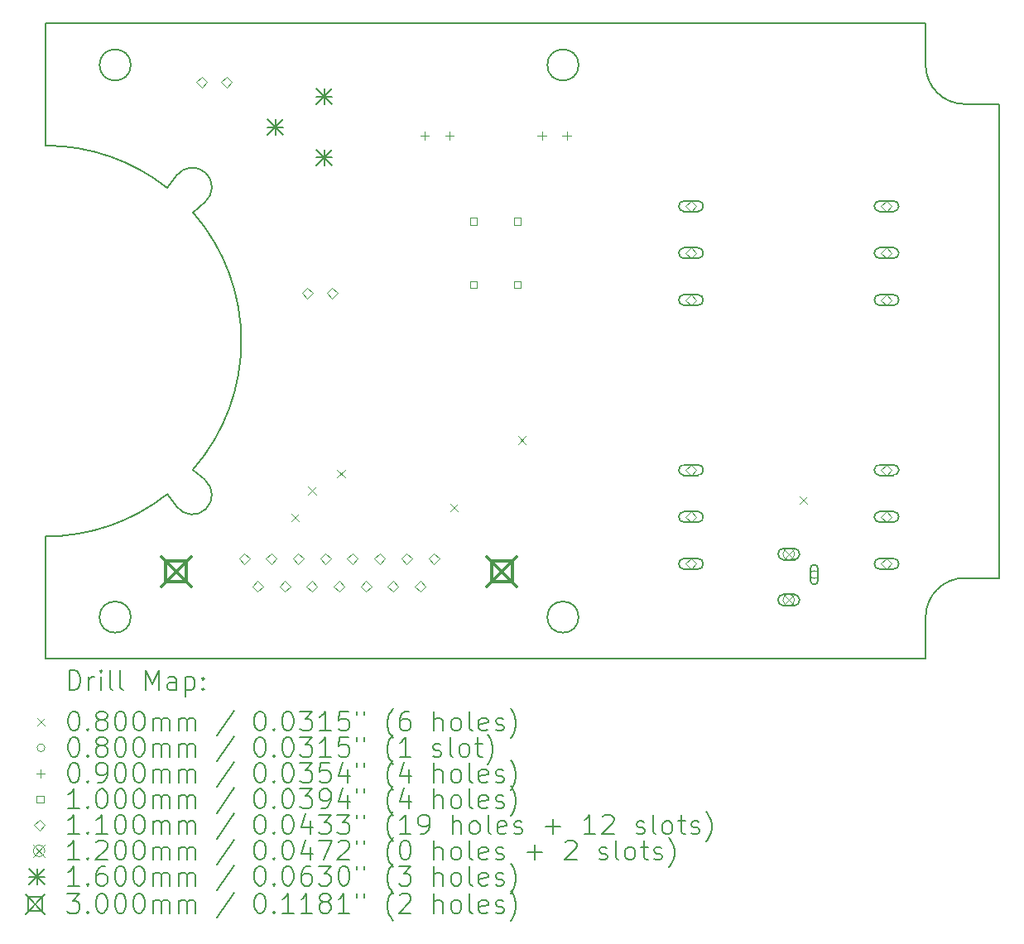
<source format=gbr>
%TF.GenerationSoftware,KiCad,Pcbnew,7.0.1*%
%TF.CreationDate,2023-09-18T11:20:49+02:00*%
%TF.ProjectId,Testbox,54657374-626f-4782-9e6b-696361645f70,rev?*%
%TF.SameCoordinates,Original*%
%TF.FileFunction,Drillmap*%
%TF.FilePolarity,Positive*%
%FSLAX45Y45*%
G04 Gerber Fmt 4.5, Leading zero omitted, Abs format (unit mm)*
G04 Created by KiCad (PCBNEW 7.0.1) date 2023-09-18 11:20:49*
%MOMM*%
%LPD*%
G01*
G04 APERTURE LIST*
%ADD10C,0.160000*%
%ADD11C,0.200000*%
%ADD12C,0.080000*%
%ADD13C,0.090000*%
%ADD14C,0.100000*%
%ADD15C,0.110000*%
%ADD16C,0.120000*%
%ADD17C,0.300000*%
G04 APERTURE END LIST*
D10*
X11343103Y-8449029D02*
X11240292Y-8318973D01*
X11240292Y-5181027D02*
X11343103Y-5050971D01*
X11506641Y-8065307D02*
X11631531Y-8174336D01*
X19000000Y-3925000D02*
X19000000Y-3500000D01*
X11506641Y-8065307D02*
G75*
G03*
X11506641Y-5434693I-1506641J1315307D01*
G01*
X11631531Y-5325664D02*
X11506641Y-5434693D01*
X15450000Y-3925000D02*
G75*
G03*
X15450000Y-3925000I-160000J0D01*
G01*
X10000000Y-10000000D02*
X19000000Y-10000000D01*
X11240292Y-5181027D02*
G75*
G03*
X10000000Y-4750000I-1240292J-1568973D01*
G01*
X19000000Y-3925000D02*
G75*
G03*
X19400000Y-4325000I400000J0D01*
G01*
X10000000Y-3500000D02*
X10000000Y-4750000D01*
X19400000Y-9175000D02*
X19750000Y-9175000D01*
X19000000Y-10000000D02*
X19000000Y-9575000D01*
X10000000Y-8750000D02*
G75*
G03*
X11240292Y-8318973I0J2000000D01*
G01*
X11343103Y-8449029D02*
G75*
G03*
X11631531Y-8174336I156897J124029D01*
G01*
X10000000Y-8750000D02*
X10000000Y-10000000D01*
X19000000Y-3500000D02*
X10000000Y-3500000D01*
X10870000Y-3925000D02*
G75*
G03*
X10870000Y-3925000I-160000J0D01*
G01*
X15450000Y-9575000D02*
G75*
G03*
X15450000Y-9575000I-160000J0D01*
G01*
X19750000Y-9175000D02*
X19750000Y-4325000D01*
X19750000Y-4325000D02*
X19400000Y-4325000D01*
X11631531Y-5325664D02*
G75*
G03*
X11343103Y-5050971I-131531J150664D01*
G01*
X10870000Y-9575000D02*
G75*
G03*
X10870000Y-9575000I-160000J0D01*
G01*
X19400000Y-9175000D02*
G75*
G03*
X19000000Y-9575000I0J-400000D01*
G01*
D11*
D12*
X12510000Y-8515000D02*
X12590000Y-8595000D01*
X12590000Y-8515000D02*
X12510000Y-8595000D01*
X12685000Y-8240000D02*
X12765000Y-8320000D01*
X12765000Y-8240000D02*
X12685000Y-8320000D01*
X12980050Y-8068279D02*
X13060050Y-8148279D01*
X13060050Y-8068279D02*
X12980050Y-8148279D01*
X14135000Y-8415000D02*
X14215000Y-8495000D01*
X14215000Y-8415000D02*
X14135000Y-8495000D01*
X14831250Y-7725625D02*
X14911250Y-7805625D01*
X14911250Y-7725625D02*
X14831250Y-7805625D01*
X17710000Y-8340000D02*
X17790000Y-8420000D01*
X17790000Y-8340000D02*
X17710000Y-8420000D01*
X17900000Y-9140000D02*
G75*
G03*
X17900000Y-9140000I-40000J0D01*
G01*
D11*
X17820000Y-9080000D02*
X17820000Y-9200000D01*
X17820000Y-9200000D02*
G75*
G03*
X17900000Y-9200000I40000J0D01*
G01*
X17900000Y-9200000D02*
X17900000Y-9080000D01*
X17900000Y-9080000D02*
G75*
G03*
X17820000Y-9080000I-40000J0D01*
G01*
D13*
X13876000Y-4605000D02*
X13876000Y-4695000D01*
X13831000Y-4650000D02*
X13921000Y-4650000D01*
X14130000Y-4605000D02*
X14130000Y-4695000D01*
X14085000Y-4650000D02*
X14175000Y-4650000D01*
X15076000Y-4605000D02*
X15076000Y-4695000D01*
X15031000Y-4650000D02*
X15121000Y-4650000D01*
X15330000Y-4605000D02*
X15330000Y-4695000D01*
X15285000Y-4650000D02*
X15375000Y-4650000D01*
D14*
X14410356Y-5560356D02*
X14410356Y-5489644D01*
X14339644Y-5489644D01*
X14339644Y-5560356D01*
X14410356Y-5560356D01*
X14410356Y-6210356D02*
X14410356Y-6139644D01*
X14339644Y-6139644D01*
X14339644Y-6210356D01*
X14410356Y-6210356D01*
X14860356Y-5560356D02*
X14860356Y-5489644D01*
X14789644Y-5489644D01*
X14789644Y-5560356D01*
X14860356Y-5560356D01*
X14860356Y-6210356D02*
X14860356Y-6139644D01*
X14789644Y-6139644D01*
X14789644Y-6210356D01*
X14860356Y-6210356D01*
D15*
X11596000Y-4155000D02*
X11651000Y-4100000D01*
X11596000Y-4045000D01*
X11541000Y-4100000D01*
X11596000Y-4155000D01*
X11850000Y-4155000D02*
X11905000Y-4100000D01*
X11850000Y-4045000D01*
X11795000Y-4100000D01*
X11850000Y-4155000D01*
X12030500Y-9031000D02*
X12085500Y-8976000D01*
X12030500Y-8921000D01*
X11975500Y-8976000D01*
X12030500Y-9031000D01*
X12169000Y-9315000D02*
X12224000Y-9260000D01*
X12169000Y-9205000D01*
X12114000Y-9260000D01*
X12169000Y-9315000D01*
X12307500Y-9031000D02*
X12362500Y-8976000D01*
X12307500Y-8921000D01*
X12252500Y-8976000D01*
X12307500Y-9031000D01*
X12446000Y-9315000D02*
X12501000Y-9260000D01*
X12446000Y-9205000D01*
X12391000Y-9260000D01*
X12446000Y-9315000D01*
X12584500Y-9031000D02*
X12639500Y-8976000D01*
X12584500Y-8921000D01*
X12529500Y-8976000D01*
X12584500Y-9031000D01*
X12675000Y-6315000D02*
X12730000Y-6260000D01*
X12675000Y-6205000D01*
X12620000Y-6260000D01*
X12675000Y-6315000D01*
X12723000Y-9315000D02*
X12778000Y-9260000D01*
X12723000Y-9205000D01*
X12668000Y-9260000D01*
X12723000Y-9315000D01*
X12861500Y-9031000D02*
X12916500Y-8976000D01*
X12861500Y-8921000D01*
X12806500Y-8976000D01*
X12861500Y-9031000D01*
X12929000Y-6315000D02*
X12984000Y-6260000D01*
X12929000Y-6205000D01*
X12874000Y-6260000D01*
X12929000Y-6315000D01*
X13000000Y-9315000D02*
X13055000Y-9260000D01*
X13000000Y-9205000D01*
X12945000Y-9260000D01*
X13000000Y-9315000D01*
X13138500Y-9031000D02*
X13193500Y-8976000D01*
X13138500Y-8921000D01*
X13083500Y-8976000D01*
X13138500Y-9031000D01*
X13277000Y-9315000D02*
X13332000Y-9260000D01*
X13277000Y-9205000D01*
X13222000Y-9260000D01*
X13277000Y-9315000D01*
X13415500Y-9031000D02*
X13470500Y-8976000D01*
X13415500Y-8921000D01*
X13360500Y-8976000D01*
X13415500Y-9031000D01*
X13554000Y-9315000D02*
X13609000Y-9260000D01*
X13554000Y-9205000D01*
X13499000Y-9260000D01*
X13554000Y-9315000D01*
X13692500Y-9031000D02*
X13747500Y-8976000D01*
X13692500Y-8921000D01*
X13637500Y-8976000D01*
X13692500Y-9031000D01*
X13831000Y-9315000D02*
X13886000Y-9260000D01*
X13831000Y-9205000D01*
X13776000Y-9260000D01*
X13831000Y-9315000D01*
X13969500Y-9031000D02*
X14024500Y-8976000D01*
X13969500Y-8921000D01*
X13914500Y-8976000D01*
X13969500Y-9031000D01*
X16600000Y-5425000D02*
X16655000Y-5370000D01*
X16600000Y-5315000D01*
X16545000Y-5370000D01*
X16600000Y-5425000D01*
D11*
X16670000Y-5315000D02*
X16530000Y-5315000D01*
X16530000Y-5315000D02*
G75*
G03*
X16530000Y-5425000I0J-55000D01*
G01*
X16530000Y-5425000D02*
X16670000Y-5425000D01*
X16670000Y-5425000D02*
G75*
G03*
X16670000Y-5315000I0J55000D01*
G01*
D15*
X16600000Y-5905000D02*
X16655000Y-5850000D01*
X16600000Y-5795000D01*
X16545000Y-5850000D01*
X16600000Y-5905000D01*
D11*
X16670000Y-5795000D02*
X16530000Y-5795000D01*
X16530000Y-5795000D02*
G75*
G03*
X16530000Y-5905000I0J-55000D01*
G01*
X16530000Y-5905000D02*
X16670000Y-5905000D01*
X16670000Y-5905000D02*
G75*
G03*
X16670000Y-5795000I0J55000D01*
G01*
D15*
X16600000Y-6385000D02*
X16655000Y-6330000D01*
X16600000Y-6275000D01*
X16545000Y-6330000D01*
X16600000Y-6385000D01*
D11*
X16670000Y-6275000D02*
X16530000Y-6275000D01*
X16530000Y-6275000D02*
G75*
G03*
X16530000Y-6385000I0J-55000D01*
G01*
X16530000Y-6385000D02*
X16670000Y-6385000D01*
X16670000Y-6385000D02*
G75*
G03*
X16670000Y-6275000I0J55000D01*
G01*
D15*
X16600000Y-8125000D02*
X16655000Y-8070000D01*
X16600000Y-8015000D01*
X16545000Y-8070000D01*
X16600000Y-8125000D01*
D11*
X16670000Y-8015000D02*
X16530000Y-8015000D01*
X16530000Y-8015000D02*
G75*
G03*
X16530000Y-8125000I0J-55000D01*
G01*
X16530000Y-8125000D02*
X16670000Y-8125000D01*
X16670000Y-8125000D02*
G75*
G03*
X16670000Y-8015000I0J55000D01*
G01*
D15*
X16600000Y-8605000D02*
X16655000Y-8550000D01*
X16600000Y-8495000D01*
X16545000Y-8550000D01*
X16600000Y-8605000D01*
D11*
X16670000Y-8495000D02*
X16530000Y-8495000D01*
X16530000Y-8495000D02*
G75*
G03*
X16530000Y-8605000I0J-55000D01*
G01*
X16530000Y-8605000D02*
X16670000Y-8605000D01*
X16670000Y-8605000D02*
G75*
G03*
X16670000Y-8495000I0J55000D01*
G01*
D15*
X16600000Y-9085000D02*
X16655000Y-9030000D01*
X16600000Y-8975000D01*
X16545000Y-9030000D01*
X16600000Y-9085000D01*
D11*
X16670000Y-8975000D02*
X16530000Y-8975000D01*
X16530000Y-8975000D02*
G75*
G03*
X16530000Y-9085000I0J-55000D01*
G01*
X16530000Y-9085000D02*
X16670000Y-9085000D01*
X16670000Y-9085000D02*
G75*
G03*
X16670000Y-8975000I0J55000D01*
G01*
D15*
X18600000Y-5425000D02*
X18655000Y-5370000D01*
X18600000Y-5315000D01*
X18545000Y-5370000D01*
X18600000Y-5425000D01*
D11*
X18670000Y-5315000D02*
X18530000Y-5315000D01*
X18530000Y-5315000D02*
G75*
G03*
X18530000Y-5425000I0J-55000D01*
G01*
X18530000Y-5425000D02*
X18670000Y-5425000D01*
X18670000Y-5425000D02*
G75*
G03*
X18670000Y-5315000I0J55000D01*
G01*
D15*
X18600000Y-5905000D02*
X18655000Y-5850000D01*
X18600000Y-5795000D01*
X18545000Y-5850000D01*
X18600000Y-5905000D01*
D11*
X18670000Y-5795000D02*
X18530000Y-5795000D01*
X18530000Y-5795000D02*
G75*
G03*
X18530000Y-5905000I0J-55000D01*
G01*
X18530000Y-5905000D02*
X18670000Y-5905000D01*
X18670000Y-5905000D02*
G75*
G03*
X18670000Y-5795000I0J55000D01*
G01*
D15*
X18600000Y-6385000D02*
X18655000Y-6330000D01*
X18600000Y-6275000D01*
X18545000Y-6330000D01*
X18600000Y-6385000D01*
D11*
X18670000Y-6275000D02*
X18530000Y-6275000D01*
X18530000Y-6275000D02*
G75*
G03*
X18530000Y-6385000I0J-55000D01*
G01*
X18530000Y-6385000D02*
X18670000Y-6385000D01*
X18670000Y-6385000D02*
G75*
G03*
X18670000Y-6275000I0J55000D01*
G01*
D15*
X18600000Y-8125000D02*
X18655000Y-8070000D01*
X18600000Y-8015000D01*
X18545000Y-8070000D01*
X18600000Y-8125000D01*
D11*
X18670000Y-8015000D02*
X18530000Y-8015000D01*
X18530000Y-8015000D02*
G75*
G03*
X18530000Y-8125000I0J-55000D01*
G01*
X18530000Y-8125000D02*
X18670000Y-8125000D01*
X18670000Y-8125000D02*
G75*
G03*
X18670000Y-8015000I0J55000D01*
G01*
D15*
X18600000Y-8605000D02*
X18655000Y-8550000D01*
X18600000Y-8495000D01*
X18545000Y-8550000D01*
X18600000Y-8605000D01*
D11*
X18670000Y-8495000D02*
X18530000Y-8495000D01*
X18530000Y-8495000D02*
G75*
G03*
X18530000Y-8605000I0J-55000D01*
G01*
X18530000Y-8605000D02*
X18670000Y-8605000D01*
X18670000Y-8605000D02*
G75*
G03*
X18670000Y-8495000I0J55000D01*
G01*
D15*
X18600000Y-9085000D02*
X18655000Y-9030000D01*
X18600000Y-8975000D01*
X18545000Y-9030000D01*
X18600000Y-9085000D01*
D11*
X18670000Y-8975000D02*
X18530000Y-8975000D01*
X18530000Y-8975000D02*
G75*
G03*
X18530000Y-9085000I0J-55000D01*
G01*
X18530000Y-9085000D02*
X18670000Y-9085000D01*
X18670000Y-9085000D02*
G75*
G03*
X18670000Y-8975000I0J55000D01*
G01*
D16*
X17540000Y-8870000D02*
X17660000Y-8990000D01*
X17660000Y-8870000D02*
X17540000Y-8990000D01*
X17660000Y-8930000D02*
G75*
G03*
X17660000Y-8930000I-60000J0D01*
G01*
D11*
X17550000Y-8990000D02*
X17650000Y-8990000D01*
X17650000Y-8990000D02*
G75*
G03*
X17650000Y-8870000I0J60000D01*
G01*
X17650000Y-8870000D02*
X17550000Y-8870000D01*
X17550000Y-8870000D02*
G75*
G03*
X17550000Y-8990000I0J-60000D01*
G01*
D16*
X17540000Y-9340000D02*
X17660000Y-9460000D01*
X17660000Y-9340000D02*
X17540000Y-9460000D01*
X17660000Y-9400000D02*
G75*
G03*
X17660000Y-9400000I-60000J0D01*
G01*
D11*
X17550000Y-9460000D02*
X17650000Y-9460000D01*
X17650000Y-9460000D02*
G75*
G03*
X17650000Y-9340000I0J60000D01*
G01*
X17650000Y-9340000D02*
X17550000Y-9340000D01*
X17550000Y-9340000D02*
G75*
G03*
X17550000Y-9460000I0J-60000D01*
G01*
D10*
X12270000Y-4480000D02*
X12430000Y-4640000D01*
X12430000Y-4480000D02*
X12270000Y-4640000D01*
X12350000Y-4480000D02*
X12350000Y-4640000D01*
X12270000Y-4560000D02*
X12430000Y-4560000D01*
X12770000Y-4170000D02*
X12930000Y-4330000D01*
X12930000Y-4170000D02*
X12770000Y-4330000D01*
X12850000Y-4170000D02*
X12850000Y-4330000D01*
X12770000Y-4250000D02*
X12930000Y-4250000D01*
X12770000Y-4790000D02*
X12930000Y-4950000D01*
X12930000Y-4790000D02*
X12770000Y-4950000D01*
X12850000Y-4790000D02*
X12850000Y-4950000D01*
X12770000Y-4870000D02*
X12930000Y-4870000D01*
D17*
X11185000Y-8960000D02*
X11485000Y-9260000D01*
X11485000Y-8960000D02*
X11185000Y-9260000D01*
X11441067Y-9216067D02*
X11441067Y-9003933D01*
X11228933Y-9003933D01*
X11228933Y-9216067D01*
X11441067Y-9216067D01*
X14515000Y-8960000D02*
X14815000Y-9260000D01*
X14815000Y-8960000D02*
X14515000Y-9260000D01*
X14771067Y-9216067D02*
X14771067Y-9003933D01*
X14558933Y-9003933D01*
X14558933Y-9216067D01*
X14771067Y-9216067D01*
D11*
X10239619Y-10320524D02*
X10239619Y-10120524D01*
X10239619Y-10120524D02*
X10287238Y-10120524D01*
X10287238Y-10120524D02*
X10315810Y-10130048D01*
X10315810Y-10130048D02*
X10334857Y-10149095D01*
X10334857Y-10149095D02*
X10344381Y-10168143D01*
X10344381Y-10168143D02*
X10353905Y-10206238D01*
X10353905Y-10206238D02*
X10353905Y-10234810D01*
X10353905Y-10234810D02*
X10344381Y-10272905D01*
X10344381Y-10272905D02*
X10334857Y-10291952D01*
X10334857Y-10291952D02*
X10315810Y-10311000D01*
X10315810Y-10311000D02*
X10287238Y-10320524D01*
X10287238Y-10320524D02*
X10239619Y-10320524D01*
X10439619Y-10320524D02*
X10439619Y-10187190D01*
X10439619Y-10225286D02*
X10449143Y-10206238D01*
X10449143Y-10206238D02*
X10458667Y-10196714D01*
X10458667Y-10196714D02*
X10477714Y-10187190D01*
X10477714Y-10187190D02*
X10496762Y-10187190D01*
X10563429Y-10320524D02*
X10563429Y-10187190D01*
X10563429Y-10120524D02*
X10553905Y-10130048D01*
X10553905Y-10130048D02*
X10563429Y-10139571D01*
X10563429Y-10139571D02*
X10572952Y-10130048D01*
X10572952Y-10130048D02*
X10563429Y-10120524D01*
X10563429Y-10120524D02*
X10563429Y-10139571D01*
X10687238Y-10320524D02*
X10668190Y-10311000D01*
X10668190Y-10311000D02*
X10658667Y-10291952D01*
X10658667Y-10291952D02*
X10658667Y-10120524D01*
X10792000Y-10320524D02*
X10772952Y-10311000D01*
X10772952Y-10311000D02*
X10763429Y-10291952D01*
X10763429Y-10291952D02*
X10763429Y-10120524D01*
X11020571Y-10320524D02*
X11020571Y-10120524D01*
X11020571Y-10120524D02*
X11087238Y-10263381D01*
X11087238Y-10263381D02*
X11153905Y-10120524D01*
X11153905Y-10120524D02*
X11153905Y-10320524D01*
X11334857Y-10320524D02*
X11334857Y-10215762D01*
X11334857Y-10215762D02*
X11325333Y-10196714D01*
X11325333Y-10196714D02*
X11306286Y-10187190D01*
X11306286Y-10187190D02*
X11268190Y-10187190D01*
X11268190Y-10187190D02*
X11249143Y-10196714D01*
X11334857Y-10311000D02*
X11315809Y-10320524D01*
X11315809Y-10320524D02*
X11268190Y-10320524D01*
X11268190Y-10320524D02*
X11249143Y-10311000D01*
X11249143Y-10311000D02*
X11239619Y-10291952D01*
X11239619Y-10291952D02*
X11239619Y-10272905D01*
X11239619Y-10272905D02*
X11249143Y-10253857D01*
X11249143Y-10253857D02*
X11268190Y-10244333D01*
X11268190Y-10244333D02*
X11315809Y-10244333D01*
X11315809Y-10244333D02*
X11334857Y-10234810D01*
X11430095Y-10187190D02*
X11430095Y-10387190D01*
X11430095Y-10196714D02*
X11449143Y-10187190D01*
X11449143Y-10187190D02*
X11487238Y-10187190D01*
X11487238Y-10187190D02*
X11506286Y-10196714D01*
X11506286Y-10196714D02*
X11515809Y-10206238D01*
X11515809Y-10206238D02*
X11525333Y-10225286D01*
X11525333Y-10225286D02*
X11525333Y-10282429D01*
X11525333Y-10282429D02*
X11515809Y-10301476D01*
X11515809Y-10301476D02*
X11506286Y-10311000D01*
X11506286Y-10311000D02*
X11487238Y-10320524D01*
X11487238Y-10320524D02*
X11449143Y-10320524D01*
X11449143Y-10320524D02*
X11430095Y-10311000D01*
X11611048Y-10301476D02*
X11620571Y-10311000D01*
X11620571Y-10311000D02*
X11611048Y-10320524D01*
X11611048Y-10320524D02*
X11601524Y-10311000D01*
X11601524Y-10311000D02*
X11611048Y-10301476D01*
X11611048Y-10301476D02*
X11611048Y-10320524D01*
X11611048Y-10196714D02*
X11620571Y-10206238D01*
X11620571Y-10206238D02*
X11611048Y-10215762D01*
X11611048Y-10215762D02*
X11601524Y-10206238D01*
X11601524Y-10206238D02*
X11611048Y-10196714D01*
X11611048Y-10196714D02*
X11611048Y-10215762D01*
D12*
X9912000Y-10608000D02*
X9992000Y-10688000D01*
X9992000Y-10608000D02*
X9912000Y-10688000D01*
D11*
X10277714Y-10540524D02*
X10296762Y-10540524D01*
X10296762Y-10540524D02*
X10315810Y-10550048D01*
X10315810Y-10550048D02*
X10325333Y-10559571D01*
X10325333Y-10559571D02*
X10334857Y-10578619D01*
X10334857Y-10578619D02*
X10344381Y-10616714D01*
X10344381Y-10616714D02*
X10344381Y-10664333D01*
X10344381Y-10664333D02*
X10334857Y-10702429D01*
X10334857Y-10702429D02*
X10325333Y-10721476D01*
X10325333Y-10721476D02*
X10315810Y-10731000D01*
X10315810Y-10731000D02*
X10296762Y-10740524D01*
X10296762Y-10740524D02*
X10277714Y-10740524D01*
X10277714Y-10740524D02*
X10258667Y-10731000D01*
X10258667Y-10731000D02*
X10249143Y-10721476D01*
X10249143Y-10721476D02*
X10239619Y-10702429D01*
X10239619Y-10702429D02*
X10230095Y-10664333D01*
X10230095Y-10664333D02*
X10230095Y-10616714D01*
X10230095Y-10616714D02*
X10239619Y-10578619D01*
X10239619Y-10578619D02*
X10249143Y-10559571D01*
X10249143Y-10559571D02*
X10258667Y-10550048D01*
X10258667Y-10550048D02*
X10277714Y-10540524D01*
X10430095Y-10721476D02*
X10439619Y-10731000D01*
X10439619Y-10731000D02*
X10430095Y-10740524D01*
X10430095Y-10740524D02*
X10420571Y-10731000D01*
X10420571Y-10731000D02*
X10430095Y-10721476D01*
X10430095Y-10721476D02*
X10430095Y-10740524D01*
X10553905Y-10626238D02*
X10534857Y-10616714D01*
X10534857Y-10616714D02*
X10525333Y-10607190D01*
X10525333Y-10607190D02*
X10515810Y-10588143D01*
X10515810Y-10588143D02*
X10515810Y-10578619D01*
X10515810Y-10578619D02*
X10525333Y-10559571D01*
X10525333Y-10559571D02*
X10534857Y-10550048D01*
X10534857Y-10550048D02*
X10553905Y-10540524D01*
X10553905Y-10540524D02*
X10592000Y-10540524D01*
X10592000Y-10540524D02*
X10611048Y-10550048D01*
X10611048Y-10550048D02*
X10620571Y-10559571D01*
X10620571Y-10559571D02*
X10630095Y-10578619D01*
X10630095Y-10578619D02*
X10630095Y-10588143D01*
X10630095Y-10588143D02*
X10620571Y-10607190D01*
X10620571Y-10607190D02*
X10611048Y-10616714D01*
X10611048Y-10616714D02*
X10592000Y-10626238D01*
X10592000Y-10626238D02*
X10553905Y-10626238D01*
X10553905Y-10626238D02*
X10534857Y-10635762D01*
X10534857Y-10635762D02*
X10525333Y-10645286D01*
X10525333Y-10645286D02*
X10515810Y-10664333D01*
X10515810Y-10664333D02*
X10515810Y-10702429D01*
X10515810Y-10702429D02*
X10525333Y-10721476D01*
X10525333Y-10721476D02*
X10534857Y-10731000D01*
X10534857Y-10731000D02*
X10553905Y-10740524D01*
X10553905Y-10740524D02*
X10592000Y-10740524D01*
X10592000Y-10740524D02*
X10611048Y-10731000D01*
X10611048Y-10731000D02*
X10620571Y-10721476D01*
X10620571Y-10721476D02*
X10630095Y-10702429D01*
X10630095Y-10702429D02*
X10630095Y-10664333D01*
X10630095Y-10664333D02*
X10620571Y-10645286D01*
X10620571Y-10645286D02*
X10611048Y-10635762D01*
X10611048Y-10635762D02*
X10592000Y-10626238D01*
X10753905Y-10540524D02*
X10772952Y-10540524D01*
X10772952Y-10540524D02*
X10792000Y-10550048D01*
X10792000Y-10550048D02*
X10801524Y-10559571D01*
X10801524Y-10559571D02*
X10811048Y-10578619D01*
X10811048Y-10578619D02*
X10820571Y-10616714D01*
X10820571Y-10616714D02*
X10820571Y-10664333D01*
X10820571Y-10664333D02*
X10811048Y-10702429D01*
X10811048Y-10702429D02*
X10801524Y-10721476D01*
X10801524Y-10721476D02*
X10792000Y-10731000D01*
X10792000Y-10731000D02*
X10772952Y-10740524D01*
X10772952Y-10740524D02*
X10753905Y-10740524D01*
X10753905Y-10740524D02*
X10734857Y-10731000D01*
X10734857Y-10731000D02*
X10725333Y-10721476D01*
X10725333Y-10721476D02*
X10715810Y-10702429D01*
X10715810Y-10702429D02*
X10706286Y-10664333D01*
X10706286Y-10664333D02*
X10706286Y-10616714D01*
X10706286Y-10616714D02*
X10715810Y-10578619D01*
X10715810Y-10578619D02*
X10725333Y-10559571D01*
X10725333Y-10559571D02*
X10734857Y-10550048D01*
X10734857Y-10550048D02*
X10753905Y-10540524D01*
X10944381Y-10540524D02*
X10963429Y-10540524D01*
X10963429Y-10540524D02*
X10982476Y-10550048D01*
X10982476Y-10550048D02*
X10992000Y-10559571D01*
X10992000Y-10559571D02*
X11001524Y-10578619D01*
X11001524Y-10578619D02*
X11011048Y-10616714D01*
X11011048Y-10616714D02*
X11011048Y-10664333D01*
X11011048Y-10664333D02*
X11001524Y-10702429D01*
X11001524Y-10702429D02*
X10992000Y-10721476D01*
X10992000Y-10721476D02*
X10982476Y-10731000D01*
X10982476Y-10731000D02*
X10963429Y-10740524D01*
X10963429Y-10740524D02*
X10944381Y-10740524D01*
X10944381Y-10740524D02*
X10925333Y-10731000D01*
X10925333Y-10731000D02*
X10915810Y-10721476D01*
X10915810Y-10721476D02*
X10906286Y-10702429D01*
X10906286Y-10702429D02*
X10896762Y-10664333D01*
X10896762Y-10664333D02*
X10896762Y-10616714D01*
X10896762Y-10616714D02*
X10906286Y-10578619D01*
X10906286Y-10578619D02*
X10915810Y-10559571D01*
X10915810Y-10559571D02*
X10925333Y-10550048D01*
X10925333Y-10550048D02*
X10944381Y-10540524D01*
X11096762Y-10740524D02*
X11096762Y-10607190D01*
X11096762Y-10626238D02*
X11106286Y-10616714D01*
X11106286Y-10616714D02*
X11125333Y-10607190D01*
X11125333Y-10607190D02*
X11153905Y-10607190D01*
X11153905Y-10607190D02*
X11172952Y-10616714D01*
X11172952Y-10616714D02*
X11182476Y-10635762D01*
X11182476Y-10635762D02*
X11182476Y-10740524D01*
X11182476Y-10635762D02*
X11192000Y-10616714D01*
X11192000Y-10616714D02*
X11211048Y-10607190D01*
X11211048Y-10607190D02*
X11239619Y-10607190D01*
X11239619Y-10607190D02*
X11258667Y-10616714D01*
X11258667Y-10616714D02*
X11268190Y-10635762D01*
X11268190Y-10635762D02*
X11268190Y-10740524D01*
X11363429Y-10740524D02*
X11363429Y-10607190D01*
X11363429Y-10626238D02*
X11372952Y-10616714D01*
X11372952Y-10616714D02*
X11392000Y-10607190D01*
X11392000Y-10607190D02*
X11420571Y-10607190D01*
X11420571Y-10607190D02*
X11439619Y-10616714D01*
X11439619Y-10616714D02*
X11449143Y-10635762D01*
X11449143Y-10635762D02*
X11449143Y-10740524D01*
X11449143Y-10635762D02*
X11458667Y-10616714D01*
X11458667Y-10616714D02*
X11477714Y-10607190D01*
X11477714Y-10607190D02*
X11506286Y-10607190D01*
X11506286Y-10607190D02*
X11525333Y-10616714D01*
X11525333Y-10616714D02*
X11534857Y-10635762D01*
X11534857Y-10635762D02*
X11534857Y-10740524D01*
X11925333Y-10531000D02*
X11753905Y-10788143D01*
X12182476Y-10540524D02*
X12201524Y-10540524D01*
X12201524Y-10540524D02*
X12220572Y-10550048D01*
X12220572Y-10550048D02*
X12230095Y-10559571D01*
X12230095Y-10559571D02*
X12239619Y-10578619D01*
X12239619Y-10578619D02*
X12249143Y-10616714D01*
X12249143Y-10616714D02*
X12249143Y-10664333D01*
X12249143Y-10664333D02*
X12239619Y-10702429D01*
X12239619Y-10702429D02*
X12230095Y-10721476D01*
X12230095Y-10721476D02*
X12220572Y-10731000D01*
X12220572Y-10731000D02*
X12201524Y-10740524D01*
X12201524Y-10740524D02*
X12182476Y-10740524D01*
X12182476Y-10740524D02*
X12163429Y-10731000D01*
X12163429Y-10731000D02*
X12153905Y-10721476D01*
X12153905Y-10721476D02*
X12144381Y-10702429D01*
X12144381Y-10702429D02*
X12134857Y-10664333D01*
X12134857Y-10664333D02*
X12134857Y-10616714D01*
X12134857Y-10616714D02*
X12144381Y-10578619D01*
X12144381Y-10578619D02*
X12153905Y-10559571D01*
X12153905Y-10559571D02*
X12163429Y-10550048D01*
X12163429Y-10550048D02*
X12182476Y-10540524D01*
X12334857Y-10721476D02*
X12344381Y-10731000D01*
X12344381Y-10731000D02*
X12334857Y-10740524D01*
X12334857Y-10740524D02*
X12325333Y-10731000D01*
X12325333Y-10731000D02*
X12334857Y-10721476D01*
X12334857Y-10721476D02*
X12334857Y-10740524D01*
X12468191Y-10540524D02*
X12487238Y-10540524D01*
X12487238Y-10540524D02*
X12506286Y-10550048D01*
X12506286Y-10550048D02*
X12515810Y-10559571D01*
X12515810Y-10559571D02*
X12525333Y-10578619D01*
X12525333Y-10578619D02*
X12534857Y-10616714D01*
X12534857Y-10616714D02*
X12534857Y-10664333D01*
X12534857Y-10664333D02*
X12525333Y-10702429D01*
X12525333Y-10702429D02*
X12515810Y-10721476D01*
X12515810Y-10721476D02*
X12506286Y-10731000D01*
X12506286Y-10731000D02*
X12487238Y-10740524D01*
X12487238Y-10740524D02*
X12468191Y-10740524D01*
X12468191Y-10740524D02*
X12449143Y-10731000D01*
X12449143Y-10731000D02*
X12439619Y-10721476D01*
X12439619Y-10721476D02*
X12430095Y-10702429D01*
X12430095Y-10702429D02*
X12420572Y-10664333D01*
X12420572Y-10664333D02*
X12420572Y-10616714D01*
X12420572Y-10616714D02*
X12430095Y-10578619D01*
X12430095Y-10578619D02*
X12439619Y-10559571D01*
X12439619Y-10559571D02*
X12449143Y-10550048D01*
X12449143Y-10550048D02*
X12468191Y-10540524D01*
X12601524Y-10540524D02*
X12725333Y-10540524D01*
X12725333Y-10540524D02*
X12658667Y-10616714D01*
X12658667Y-10616714D02*
X12687238Y-10616714D01*
X12687238Y-10616714D02*
X12706286Y-10626238D01*
X12706286Y-10626238D02*
X12715810Y-10635762D01*
X12715810Y-10635762D02*
X12725333Y-10654810D01*
X12725333Y-10654810D02*
X12725333Y-10702429D01*
X12725333Y-10702429D02*
X12715810Y-10721476D01*
X12715810Y-10721476D02*
X12706286Y-10731000D01*
X12706286Y-10731000D02*
X12687238Y-10740524D01*
X12687238Y-10740524D02*
X12630095Y-10740524D01*
X12630095Y-10740524D02*
X12611048Y-10731000D01*
X12611048Y-10731000D02*
X12601524Y-10721476D01*
X12915810Y-10740524D02*
X12801524Y-10740524D01*
X12858667Y-10740524D02*
X12858667Y-10540524D01*
X12858667Y-10540524D02*
X12839619Y-10569095D01*
X12839619Y-10569095D02*
X12820572Y-10588143D01*
X12820572Y-10588143D02*
X12801524Y-10597667D01*
X13096762Y-10540524D02*
X13001524Y-10540524D01*
X13001524Y-10540524D02*
X12992000Y-10635762D01*
X12992000Y-10635762D02*
X13001524Y-10626238D01*
X13001524Y-10626238D02*
X13020572Y-10616714D01*
X13020572Y-10616714D02*
X13068191Y-10616714D01*
X13068191Y-10616714D02*
X13087238Y-10626238D01*
X13087238Y-10626238D02*
X13096762Y-10635762D01*
X13096762Y-10635762D02*
X13106286Y-10654810D01*
X13106286Y-10654810D02*
X13106286Y-10702429D01*
X13106286Y-10702429D02*
X13096762Y-10721476D01*
X13096762Y-10721476D02*
X13087238Y-10731000D01*
X13087238Y-10731000D02*
X13068191Y-10740524D01*
X13068191Y-10740524D02*
X13020572Y-10740524D01*
X13020572Y-10740524D02*
X13001524Y-10731000D01*
X13001524Y-10731000D02*
X12992000Y-10721476D01*
X13182476Y-10540524D02*
X13182476Y-10578619D01*
X13258667Y-10540524D02*
X13258667Y-10578619D01*
X13553905Y-10816714D02*
X13544381Y-10807190D01*
X13544381Y-10807190D02*
X13525334Y-10778619D01*
X13525334Y-10778619D02*
X13515810Y-10759571D01*
X13515810Y-10759571D02*
X13506286Y-10731000D01*
X13506286Y-10731000D02*
X13496762Y-10683381D01*
X13496762Y-10683381D02*
X13496762Y-10645286D01*
X13496762Y-10645286D02*
X13506286Y-10597667D01*
X13506286Y-10597667D02*
X13515810Y-10569095D01*
X13515810Y-10569095D02*
X13525334Y-10550048D01*
X13525334Y-10550048D02*
X13544381Y-10521476D01*
X13544381Y-10521476D02*
X13553905Y-10511952D01*
X13715810Y-10540524D02*
X13677714Y-10540524D01*
X13677714Y-10540524D02*
X13658667Y-10550048D01*
X13658667Y-10550048D02*
X13649143Y-10559571D01*
X13649143Y-10559571D02*
X13630095Y-10588143D01*
X13630095Y-10588143D02*
X13620572Y-10626238D01*
X13620572Y-10626238D02*
X13620572Y-10702429D01*
X13620572Y-10702429D02*
X13630095Y-10721476D01*
X13630095Y-10721476D02*
X13639619Y-10731000D01*
X13639619Y-10731000D02*
X13658667Y-10740524D01*
X13658667Y-10740524D02*
X13696762Y-10740524D01*
X13696762Y-10740524D02*
X13715810Y-10731000D01*
X13715810Y-10731000D02*
X13725334Y-10721476D01*
X13725334Y-10721476D02*
X13734857Y-10702429D01*
X13734857Y-10702429D02*
X13734857Y-10654810D01*
X13734857Y-10654810D02*
X13725334Y-10635762D01*
X13725334Y-10635762D02*
X13715810Y-10626238D01*
X13715810Y-10626238D02*
X13696762Y-10616714D01*
X13696762Y-10616714D02*
X13658667Y-10616714D01*
X13658667Y-10616714D02*
X13639619Y-10626238D01*
X13639619Y-10626238D02*
X13630095Y-10635762D01*
X13630095Y-10635762D02*
X13620572Y-10654810D01*
X13972953Y-10740524D02*
X13972953Y-10540524D01*
X14058667Y-10740524D02*
X14058667Y-10635762D01*
X14058667Y-10635762D02*
X14049143Y-10616714D01*
X14049143Y-10616714D02*
X14030096Y-10607190D01*
X14030096Y-10607190D02*
X14001524Y-10607190D01*
X14001524Y-10607190D02*
X13982476Y-10616714D01*
X13982476Y-10616714D02*
X13972953Y-10626238D01*
X14182476Y-10740524D02*
X14163429Y-10731000D01*
X14163429Y-10731000D02*
X14153905Y-10721476D01*
X14153905Y-10721476D02*
X14144381Y-10702429D01*
X14144381Y-10702429D02*
X14144381Y-10645286D01*
X14144381Y-10645286D02*
X14153905Y-10626238D01*
X14153905Y-10626238D02*
X14163429Y-10616714D01*
X14163429Y-10616714D02*
X14182476Y-10607190D01*
X14182476Y-10607190D02*
X14211048Y-10607190D01*
X14211048Y-10607190D02*
X14230096Y-10616714D01*
X14230096Y-10616714D02*
X14239619Y-10626238D01*
X14239619Y-10626238D02*
X14249143Y-10645286D01*
X14249143Y-10645286D02*
X14249143Y-10702429D01*
X14249143Y-10702429D02*
X14239619Y-10721476D01*
X14239619Y-10721476D02*
X14230096Y-10731000D01*
X14230096Y-10731000D02*
X14211048Y-10740524D01*
X14211048Y-10740524D02*
X14182476Y-10740524D01*
X14363429Y-10740524D02*
X14344381Y-10731000D01*
X14344381Y-10731000D02*
X14334857Y-10711952D01*
X14334857Y-10711952D02*
X14334857Y-10540524D01*
X14515810Y-10731000D02*
X14496762Y-10740524D01*
X14496762Y-10740524D02*
X14458667Y-10740524D01*
X14458667Y-10740524D02*
X14439619Y-10731000D01*
X14439619Y-10731000D02*
X14430096Y-10711952D01*
X14430096Y-10711952D02*
X14430096Y-10635762D01*
X14430096Y-10635762D02*
X14439619Y-10616714D01*
X14439619Y-10616714D02*
X14458667Y-10607190D01*
X14458667Y-10607190D02*
X14496762Y-10607190D01*
X14496762Y-10607190D02*
X14515810Y-10616714D01*
X14515810Y-10616714D02*
X14525334Y-10635762D01*
X14525334Y-10635762D02*
X14525334Y-10654810D01*
X14525334Y-10654810D02*
X14430096Y-10673857D01*
X14601524Y-10731000D02*
X14620572Y-10740524D01*
X14620572Y-10740524D02*
X14658667Y-10740524D01*
X14658667Y-10740524D02*
X14677715Y-10731000D01*
X14677715Y-10731000D02*
X14687238Y-10711952D01*
X14687238Y-10711952D02*
X14687238Y-10702429D01*
X14687238Y-10702429D02*
X14677715Y-10683381D01*
X14677715Y-10683381D02*
X14658667Y-10673857D01*
X14658667Y-10673857D02*
X14630096Y-10673857D01*
X14630096Y-10673857D02*
X14611048Y-10664333D01*
X14611048Y-10664333D02*
X14601524Y-10645286D01*
X14601524Y-10645286D02*
X14601524Y-10635762D01*
X14601524Y-10635762D02*
X14611048Y-10616714D01*
X14611048Y-10616714D02*
X14630096Y-10607190D01*
X14630096Y-10607190D02*
X14658667Y-10607190D01*
X14658667Y-10607190D02*
X14677715Y-10616714D01*
X14753905Y-10816714D02*
X14763429Y-10807190D01*
X14763429Y-10807190D02*
X14782477Y-10778619D01*
X14782477Y-10778619D02*
X14792000Y-10759571D01*
X14792000Y-10759571D02*
X14801524Y-10731000D01*
X14801524Y-10731000D02*
X14811048Y-10683381D01*
X14811048Y-10683381D02*
X14811048Y-10645286D01*
X14811048Y-10645286D02*
X14801524Y-10597667D01*
X14801524Y-10597667D02*
X14792000Y-10569095D01*
X14792000Y-10569095D02*
X14782477Y-10550048D01*
X14782477Y-10550048D02*
X14763429Y-10521476D01*
X14763429Y-10521476D02*
X14753905Y-10511952D01*
D12*
X9992000Y-10912000D02*
G75*
G03*
X9992000Y-10912000I-40000J0D01*
G01*
D11*
X10277714Y-10804524D02*
X10296762Y-10804524D01*
X10296762Y-10804524D02*
X10315810Y-10814048D01*
X10315810Y-10814048D02*
X10325333Y-10823571D01*
X10325333Y-10823571D02*
X10334857Y-10842619D01*
X10334857Y-10842619D02*
X10344381Y-10880714D01*
X10344381Y-10880714D02*
X10344381Y-10928333D01*
X10344381Y-10928333D02*
X10334857Y-10966429D01*
X10334857Y-10966429D02*
X10325333Y-10985476D01*
X10325333Y-10985476D02*
X10315810Y-10995000D01*
X10315810Y-10995000D02*
X10296762Y-11004524D01*
X10296762Y-11004524D02*
X10277714Y-11004524D01*
X10277714Y-11004524D02*
X10258667Y-10995000D01*
X10258667Y-10995000D02*
X10249143Y-10985476D01*
X10249143Y-10985476D02*
X10239619Y-10966429D01*
X10239619Y-10966429D02*
X10230095Y-10928333D01*
X10230095Y-10928333D02*
X10230095Y-10880714D01*
X10230095Y-10880714D02*
X10239619Y-10842619D01*
X10239619Y-10842619D02*
X10249143Y-10823571D01*
X10249143Y-10823571D02*
X10258667Y-10814048D01*
X10258667Y-10814048D02*
X10277714Y-10804524D01*
X10430095Y-10985476D02*
X10439619Y-10995000D01*
X10439619Y-10995000D02*
X10430095Y-11004524D01*
X10430095Y-11004524D02*
X10420571Y-10995000D01*
X10420571Y-10995000D02*
X10430095Y-10985476D01*
X10430095Y-10985476D02*
X10430095Y-11004524D01*
X10553905Y-10890238D02*
X10534857Y-10880714D01*
X10534857Y-10880714D02*
X10525333Y-10871190D01*
X10525333Y-10871190D02*
X10515810Y-10852143D01*
X10515810Y-10852143D02*
X10515810Y-10842619D01*
X10515810Y-10842619D02*
X10525333Y-10823571D01*
X10525333Y-10823571D02*
X10534857Y-10814048D01*
X10534857Y-10814048D02*
X10553905Y-10804524D01*
X10553905Y-10804524D02*
X10592000Y-10804524D01*
X10592000Y-10804524D02*
X10611048Y-10814048D01*
X10611048Y-10814048D02*
X10620571Y-10823571D01*
X10620571Y-10823571D02*
X10630095Y-10842619D01*
X10630095Y-10842619D02*
X10630095Y-10852143D01*
X10630095Y-10852143D02*
X10620571Y-10871190D01*
X10620571Y-10871190D02*
X10611048Y-10880714D01*
X10611048Y-10880714D02*
X10592000Y-10890238D01*
X10592000Y-10890238D02*
X10553905Y-10890238D01*
X10553905Y-10890238D02*
X10534857Y-10899762D01*
X10534857Y-10899762D02*
X10525333Y-10909286D01*
X10525333Y-10909286D02*
X10515810Y-10928333D01*
X10515810Y-10928333D02*
X10515810Y-10966429D01*
X10515810Y-10966429D02*
X10525333Y-10985476D01*
X10525333Y-10985476D02*
X10534857Y-10995000D01*
X10534857Y-10995000D02*
X10553905Y-11004524D01*
X10553905Y-11004524D02*
X10592000Y-11004524D01*
X10592000Y-11004524D02*
X10611048Y-10995000D01*
X10611048Y-10995000D02*
X10620571Y-10985476D01*
X10620571Y-10985476D02*
X10630095Y-10966429D01*
X10630095Y-10966429D02*
X10630095Y-10928333D01*
X10630095Y-10928333D02*
X10620571Y-10909286D01*
X10620571Y-10909286D02*
X10611048Y-10899762D01*
X10611048Y-10899762D02*
X10592000Y-10890238D01*
X10753905Y-10804524D02*
X10772952Y-10804524D01*
X10772952Y-10804524D02*
X10792000Y-10814048D01*
X10792000Y-10814048D02*
X10801524Y-10823571D01*
X10801524Y-10823571D02*
X10811048Y-10842619D01*
X10811048Y-10842619D02*
X10820571Y-10880714D01*
X10820571Y-10880714D02*
X10820571Y-10928333D01*
X10820571Y-10928333D02*
X10811048Y-10966429D01*
X10811048Y-10966429D02*
X10801524Y-10985476D01*
X10801524Y-10985476D02*
X10792000Y-10995000D01*
X10792000Y-10995000D02*
X10772952Y-11004524D01*
X10772952Y-11004524D02*
X10753905Y-11004524D01*
X10753905Y-11004524D02*
X10734857Y-10995000D01*
X10734857Y-10995000D02*
X10725333Y-10985476D01*
X10725333Y-10985476D02*
X10715810Y-10966429D01*
X10715810Y-10966429D02*
X10706286Y-10928333D01*
X10706286Y-10928333D02*
X10706286Y-10880714D01*
X10706286Y-10880714D02*
X10715810Y-10842619D01*
X10715810Y-10842619D02*
X10725333Y-10823571D01*
X10725333Y-10823571D02*
X10734857Y-10814048D01*
X10734857Y-10814048D02*
X10753905Y-10804524D01*
X10944381Y-10804524D02*
X10963429Y-10804524D01*
X10963429Y-10804524D02*
X10982476Y-10814048D01*
X10982476Y-10814048D02*
X10992000Y-10823571D01*
X10992000Y-10823571D02*
X11001524Y-10842619D01*
X11001524Y-10842619D02*
X11011048Y-10880714D01*
X11011048Y-10880714D02*
X11011048Y-10928333D01*
X11011048Y-10928333D02*
X11001524Y-10966429D01*
X11001524Y-10966429D02*
X10992000Y-10985476D01*
X10992000Y-10985476D02*
X10982476Y-10995000D01*
X10982476Y-10995000D02*
X10963429Y-11004524D01*
X10963429Y-11004524D02*
X10944381Y-11004524D01*
X10944381Y-11004524D02*
X10925333Y-10995000D01*
X10925333Y-10995000D02*
X10915810Y-10985476D01*
X10915810Y-10985476D02*
X10906286Y-10966429D01*
X10906286Y-10966429D02*
X10896762Y-10928333D01*
X10896762Y-10928333D02*
X10896762Y-10880714D01*
X10896762Y-10880714D02*
X10906286Y-10842619D01*
X10906286Y-10842619D02*
X10915810Y-10823571D01*
X10915810Y-10823571D02*
X10925333Y-10814048D01*
X10925333Y-10814048D02*
X10944381Y-10804524D01*
X11096762Y-11004524D02*
X11096762Y-10871190D01*
X11096762Y-10890238D02*
X11106286Y-10880714D01*
X11106286Y-10880714D02*
X11125333Y-10871190D01*
X11125333Y-10871190D02*
X11153905Y-10871190D01*
X11153905Y-10871190D02*
X11172952Y-10880714D01*
X11172952Y-10880714D02*
X11182476Y-10899762D01*
X11182476Y-10899762D02*
X11182476Y-11004524D01*
X11182476Y-10899762D02*
X11192000Y-10880714D01*
X11192000Y-10880714D02*
X11211048Y-10871190D01*
X11211048Y-10871190D02*
X11239619Y-10871190D01*
X11239619Y-10871190D02*
X11258667Y-10880714D01*
X11258667Y-10880714D02*
X11268190Y-10899762D01*
X11268190Y-10899762D02*
X11268190Y-11004524D01*
X11363429Y-11004524D02*
X11363429Y-10871190D01*
X11363429Y-10890238D02*
X11372952Y-10880714D01*
X11372952Y-10880714D02*
X11392000Y-10871190D01*
X11392000Y-10871190D02*
X11420571Y-10871190D01*
X11420571Y-10871190D02*
X11439619Y-10880714D01*
X11439619Y-10880714D02*
X11449143Y-10899762D01*
X11449143Y-10899762D02*
X11449143Y-11004524D01*
X11449143Y-10899762D02*
X11458667Y-10880714D01*
X11458667Y-10880714D02*
X11477714Y-10871190D01*
X11477714Y-10871190D02*
X11506286Y-10871190D01*
X11506286Y-10871190D02*
X11525333Y-10880714D01*
X11525333Y-10880714D02*
X11534857Y-10899762D01*
X11534857Y-10899762D02*
X11534857Y-11004524D01*
X11925333Y-10795000D02*
X11753905Y-11052143D01*
X12182476Y-10804524D02*
X12201524Y-10804524D01*
X12201524Y-10804524D02*
X12220572Y-10814048D01*
X12220572Y-10814048D02*
X12230095Y-10823571D01*
X12230095Y-10823571D02*
X12239619Y-10842619D01*
X12239619Y-10842619D02*
X12249143Y-10880714D01*
X12249143Y-10880714D02*
X12249143Y-10928333D01*
X12249143Y-10928333D02*
X12239619Y-10966429D01*
X12239619Y-10966429D02*
X12230095Y-10985476D01*
X12230095Y-10985476D02*
X12220572Y-10995000D01*
X12220572Y-10995000D02*
X12201524Y-11004524D01*
X12201524Y-11004524D02*
X12182476Y-11004524D01*
X12182476Y-11004524D02*
X12163429Y-10995000D01*
X12163429Y-10995000D02*
X12153905Y-10985476D01*
X12153905Y-10985476D02*
X12144381Y-10966429D01*
X12144381Y-10966429D02*
X12134857Y-10928333D01*
X12134857Y-10928333D02*
X12134857Y-10880714D01*
X12134857Y-10880714D02*
X12144381Y-10842619D01*
X12144381Y-10842619D02*
X12153905Y-10823571D01*
X12153905Y-10823571D02*
X12163429Y-10814048D01*
X12163429Y-10814048D02*
X12182476Y-10804524D01*
X12334857Y-10985476D02*
X12344381Y-10995000D01*
X12344381Y-10995000D02*
X12334857Y-11004524D01*
X12334857Y-11004524D02*
X12325333Y-10995000D01*
X12325333Y-10995000D02*
X12334857Y-10985476D01*
X12334857Y-10985476D02*
X12334857Y-11004524D01*
X12468191Y-10804524D02*
X12487238Y-10804524D01*
X12487238Y-10804524D02*
X12506286Y-10814048D01*
X12506286Y-10814048D02*
X12515810Y-10823571D01*
X12515810Y-10823571D02*
X12525333Y-10842619D01*
X12525333Y-10842619D02*
X12534857Y-10880714D01*
X12534857Y-10880714D02*
X12534857Y-10928333D01*
X12534857Y-10928333D02*
X12525333Y-10966429D01*
X12525333Y-10966429D02*
X12515810Y-10985476D01*
X12515810Y-10985476D02*
X12506286Y-10995000D01*
X12506286Y-10995000D02*
X12487238Y-11004524D01*
X12487238Y-11004524D02*
X12468191Y-11004524D01*
X12468191Y-11004524D02*
X12449143Y-10995000D01*
X12449143Y-10995000D02*
X12439619Y-10985476D01*
X12439619Y-10985476D02*
X12430095Y-10966429D01*
X12430095Y-10966429D02*
X12420572Y-10928333D01*
X12420572Y-10928333D02*
X12420572Y-10880714D01*
X12420572Y-10880714D02*
X12430095Y-10842619D01*
X12430095Y-10842619D02*
X12439619Y-10823571D01*
X12439619Y-10823571D02*
X12449143Y-10814048D01*
X12449143Y-10814048D02*
X12468191Y-10804524D01*
X12601524Y-10804524D02*
X12725333Y-10804524D01*
X12725333Y-10804524D02*
X12658667Y-10880714D01*
X12658667Y-10880714D02*
X12687238Y-10880714D01*
X12687238Y-10880714D02*
X12706286Y-10890238D01*
X12706286Y-10890238D02*
X12715810Y-10899762D01*
X12715810Y-10899762D02*
X12725333Y-10918810D01*
X12725333Y-10918810D02*
X12725333Y-10966429D01*
X12725333Y-10966429D02*
X12715810Y-10985476D01*
X12715810Y-10985476D02*
X12706286Y-10995000D01*
X12706286Y-10995000D02*
X12687238Y-11004524D01*
X12687238Y-11004524D02*
X12630095Y-11004524D01*
X12630095Y-11004524D02*
X12611048Y-10995000D01*
X12611048Y-10995000D02*
X12601524Y-10985476D01*
X12915810Y-11004524D02*
X12801524Y-11004524D01*
X12858667Y-11004524D02*
X12858667Y-10804524D01*
X12858667Y-10804524D02*
X12839619Y-10833095D01*
X12839619Y-10833095D02*
X12820572Y-10852143D01*
X12820572Y-10852143D02*
X12801524Y-10861667D01*
X13096762Y-10804524D02*
X13001524Y-10804524D01*
X13001524Y-10804524D02*
X12992000Y-10899762D01*
X12992000Y-10899762D02*
X13001524Y-10890238D01*
X13001524Y-10890238D02*
X13020572Y-10880714D01*
X13020572Y-10880714D02*
X13068191Y-10880714D01*
X13068191Y-10880714D02*
X13087238Y-10890238D01*
X13087238Y-10890238D02*
X13096762Y-10899762D01*
X13096762Y-10899762D02*
X13106286Y-10918810D01*
X13106286Y-10918810D02*
X13106286Y-10966429D01*
X13106286Y-10966429D02*
X13096762Y-10985476D01*
X13096762Y-10985476D02*
X13087238Y-10995000D01*
X13087238Y-10995000D02*
X13068191Y-11004524D01*
X13068191Y-11004524D02*
X13020572Y-11004524D01*
X13020572Y-11004524D02*
X13001524Y-10995000D01*
X13001524Y-10995000D02*
X12992000Y-10985476D01*
X13182476Y-10804524D02*
X13182476Y-10842619D01*
X13258667Y-10804524D02*
X13258667Y-10842619D01*
X13553905Y-11080714D02*
X13544381Y-11071190D01*
X13544381Y-11071190D02*
X13525334Y-11042619D01*
X13525334Y-11042619D02*
X13515810Y-11023571D01*
X13515810Y-11023571D02*
X13506286Y-10995000D01*
X13506286Y-10995000D02*
X13496762Y-10947381D01*
X13496762Y-10947381D02*
X13496762Y-10909286D01*
X13496762Y-10909286D02*
X13506286Y-10861667D01*
X13506286Y-10861667D02*
X13515810Y-10833095D01*
X13515810Y-10833095D02*
X13525334Y-10814048D01*
X13525334Y-10814048D02*
X13544381Y-10785476D01*
X13544381Y-10785476D02*
X13553905Y-10775952D01*
X13734857Y-11004524D02*
X13620572Y-11004524D01*
X13677714Y-11004524D02*
X13677714Y-10804524D01*
X13677714Y-10804524D02*
X13658667Y-10833095D01*
X13658667Y-10833095D02*
X13639619Y-10852143D01*
X13639619Y-10852143D02*
X13620572Y-10861667D01*
X13963429Y-10995000D02*
X13982476Y-11004524D01*
X13982476Y-11004524D02*
X14020572Y-11004524D01*
X14020572Y-11004524D02*
X14039619Y-10995000D01*
X14039619Y-10995000D02*
X14049143Y-10975952D01*
X14049143Y-10975952D02*
X14049143Y-10966429D01*
X14049143Y-10966429D02*
X14039619Y-10947381D01*
X14039619Y-10947381D02*
X14020572Y-10937857D01*
X14020572Y-10937857D02*
X13992000Y-10937857D01*
X13992000Y-10937857D02*
X13972953Y-10928333D01*
X13972953Y-10928333D02*
X13963429Y-10909286D01*
X13963429Y-10909286D02*
X13963429Y-10899762D01*
X13963429Y-10899762D02*
X13972953Y-10880714D01*
X13972953Y-10880714D02*
X13992000Y-10871190D01*
X13992000Y-10871190D02*
X14020572Y-10871190D01*
X14020572Y-10871190D02*
X14039619Y-10880714D01*
X14163429Y-11004524D02*
X14144381Y-10995000D01*
X14144381Y-10995000D02*
X14134857Y-10975952D01*
X14134857Y-10975952D02*
X14134857Y-10804524D01*
X14268191Y-11004524D02*
X14249143Y-10995000D01*
X14249143Y-10995000D02*
X14239619Y-10985476D01*
X14239619Y-10985476D02*
X14230096Y-10966429D01*
X14230096Y-10966429D02*
X14230096Y-10909286D01*
X14230096Y-10909286D02*
X14239619Y-10890238D01*
X14239619Y-10890238D02*
X14249143Y-10880714D01*
X14249143Y-10880714D02*
X14268191Y-10871190D01*
X14268191Y-10871190D02*
X14296762Y-10871190D01*
X14296762Y-10871190D02*
X14315810Y-10880714D01*
X14315810Y-10880714D02*
X14325334Y-10890238D01*
X14325334Y-10890238D02*
X14334857Y-10909286D01*
X14334857Y-10909286D02*
X14334857Y-10966429D01*
X14334857Y-10966429D02*
X14325334Y-10985476D01*
X14325334Y-10985476D02*
X14315810Y-10995000D01*
X14315810Y-10995000D02*
X14296762Y-11004524D01*
X14296762Y-11004524D02*
X14268191Y-11004524D01*
X14392000Y-10871190D02*
X14468191Y-10871190D01*
X14420572Y-10804524D02*
X14420572Y-10975952D01*
X14420572Y-10975952D02*
X14430096Y-10995000D01*
X14430096Y-10995000D02*
X14449143Y-11004524D01*
X14449143Y-11004524D02*
X14468191Y-11004524D01*
X14515810Y-11080714D02*
X14525334Y-11071190D01*
X14525334Y-11071190D02*
X14544381Y-11042619D01*
X14544381Y-11042619D02*
X14553905Y-11023571D01*
X14553905Y-11023571D02*
X14563429Y-10995000D01*
X14563429Y-10995000D02*
X14572953Y-10947381D01*
X14572953Y-10947381D02*
X14572953Y-10909286D01*
X14572953Y-10909286D02*
X14563429Y-10861667D01*
X14563429Y-10861667D02*
X14553905Y-10833095D01*
X14553905Y-10833095D02*
X14544381Y-10814048D01*
X14544381Y-10814048D02*
X14525334Y-10785476D01*
X14525334Y-10785476D02*
X14515810Y-10775952D01*
D13*
X9947000Y-11131000D02*
X9947000Y-11221000D01*
X9902000Y-11176000D02*
X9992000Y-11176000D01*
D11*
X10277714Y-11068524D02*
X10296762Y-11068524D01*
X10296762Y-11068524D02*
X10315810Y-11078048D01*
X10315810Y-11078048D02*
X10325333Y-11087571D01*
X10325333Y-11087571D02*
X10334857Y-11106619D01*
X10334857Y-11106619D02*
X10344381Y-11144714D01*
X10344381Y-11144714D02*
X10344381Y-11192333D01*
X10344381Y-11192333D02*
X10334857Y-11230428D01*
X10334857Y-11230428D02*
X10325333Y-11249476D01*
X10325333Y-11249476D02*
X10315810Y-11259000D01*
X10315810Y-11259000D02*
X10296762Y-11268524D01*
X10296762Y-11268524D02*
X10277714Y-11268524D01*
X10277714Y-11268524D02*
X10258667Y-11259000D01*
X10258667Y-11259000D02*
X10249143Y-11249476D01*
X10249143Y-11249476D02*
X10239619Y-11230428D01*
X10239619Y-11230428D02*
X10230095Y-11192333D01*
X10230095Y-11192333D02*
X10230095Y-11144714D01*
X10230095Y-11144714D02*
X10239619Y-11106619D01*
X10239619Y-11106619D02*
X10249143Y-11087571D01*
X10249143Y-11087571D02*
X10258667Y-11078048D01*
X10258667Y-11078048D02*
X10277714Y-11068524D01*
X10430095Y-11249476D02*
X10439619Y-11259000D01*
X10439619Y-11259000D02*
X10430095Y-11268524D01*
X10430095Y-11268524D02*
X10420571Y-11259000D01*
X10420571Y-11259000D02*
X10430095Y-11249476D01*
X10430095Y-11249476D02*
X10430095Y-11268524D01*
X10534857Y-11268524D02*
X10572952Y-11268524D01*
X10572952Y-11268524D02*
X10592000Y-11259000D01*
X10592000Y-11259000D02*
X10601524Y-11249476D01*
X10601524Y-11249476D02*
X10620571Y-11220905D01*
X10620571Y-11220905D02*
X10630095Y-11182810D01*
X10630095Y-11182810D02*
X10630095Y-11106619D01*
X10630095Y-11106619D02*
X10620571Y-11087571D01*
X10620571Y-11087571D02*
X10611048Y-11078048D01*
X10611048Y-11078048D02*
X10592000Y-11068524D01*
X10592000Y-11068524D02*
X10553905Y-11068524D01*
X10553905Y-11068524D02*
X10534857Y-11078048D01*
X10534857Y-11078048D02*
X10525333Y-11087571D01*
X10525333Y-11087571D02*
X10515810Y-11106619D01*
X10515810Y-11106619D02*
X10515810Y-11154238D01*
X10515810Y-11154238D02*
X10525333Y-11173286D01*
X10525333Y-11173286D02*
X10534857Y-11182810D01*
X10534857Y-11182810D02*
X10553905Y-11192333D01*
X10553905Y-11192333D02*
X10592000Y-11192333D01*
X10592000Y-11192333D02*
X10611048Y-11182810D01*
X10611048Y-11182810D02*
X10620571Y-11173286D01*
X10620571Y-11173286D02*
X10630095Y-11154238D01*
X10753905Y-11068524D02*
X10772952Y-11068524D01*
X10772952Y-11068524D02*
X10792000Y-11078048D01*
X10792000Y-11078048D02*
X10801524Y-11087571D01*
X10801524Y-11087571D02*
X10811048Y-11106619D01*
X10811048Y-11106619D02*
X10820571Y-11144714D01*
X10820571Y-11144714D02*
X10820571Y-11192333D01*
X10820571Y-11192333D02*
X10811048Y-11230428D01*
X10811048Y-11230428D02*
X10801524Y-11249476D01*
X10801524Y-11249476D02*
X10792000Y-11259000D01*
X10792000Y-11259000D02*
X10772952Y-11268524D01*
X10772952Y-11268524D02*
X10753905Y-11268524D01*
X10753905Y-11268524D02*
X10734857Y-11259000D01*
X10734857Y-11259000D02*
X10725333Y-11249476D01*
X10725333Y-11249476D02*
X10715810Y-11230428D01*
X10715810Y-11230428D02*
X10706286Y-11192333D01*
X10706286Y-11192333D02*
X10706286Y-11144714D01*
X10706286Y-11144714D02*
X10715810Y-11106619D01*
X10715810Y-11106619D02*
X10725333Y-11087571D01*
X10725333Y-11087571D02*
X10734857Y-11078048D01*
X10734857Y-11078048D02*
X10753905Y-11068524D01*
X10944381Y-11068524D02*
X10963429Y-11068524D01*
X10963429Y-11068524D02*
X10982476Y-11078048D01*
X10982476Y-11078048D02*
X10992000Y-11087571D01*
X10992000Y-11087571D02*
X11001524Y-11106619D01*
X11001524Y-11106619D02*
X11011048Y-11144714D01*
X11011048Y-11144714D02*
X11011048Y-11192333D01*
X11011048Y-11192333D02*
X11001524Y-11230428D01*
X11001524Y-11230428D02*
X10992000Y-11249476D01*
X10992000Y-11249476D02*
X10982476Y-11259000D01*
X10982476Y-11259000D02*
X10963429Y-11268524D01*
X10963429Y-11268524D02*
X10944381Y-11268524D01*
X10944381Y-11268524D02*
X10925333Y-11259000D01*
X10925333Y-11259000D02*
X10915810Y-11249476D01*
X10915810Y-11249476D02*
X10906286Y-11230428D01*
X10906286Y-11230428D02*
X10896762Y-11192333D01*
X10896762Y-11192333D02*
X10896762Y-11144714D01*
X10896762Y-11144714D02*
X10906286Y-11106619D01*
X10906286Y-11106619D02*
X10915810Y-11087571D01*
X10915810Y-11087571D02*
X10925333Y-11078048D01*
X10925333Y-11078048D02*
X10944381Y-11068524D01*
X11096762Y-11268524D02*
X11096762Y-11135190D01*
X11096762Y-11154238D02*
X11106286Y-11144714D01*
X11106286Y-11144714D02*
X11125333Y-11135190D01*
X11125333Y-11135190D02*
X11153905Y-11135190D01*
X11153905Y-11135190D02*
X11172952Y-11144714D01*
X11172952Y-11144714D02*
X11182476Y-11163762D01*
X11182476Y-11163762D02*
X11182476Y-11268524D01*
X11182476Y-11163762D02*
X11192000Y-11144714D01*
X11192000Y-11144714D02*
X11211048Y-11135190D01*
X11211048Y-11135190D02*
X11239619Y-11135190D01*
X11239619Y-11135190D02*
X11258667Y-11144714D01*
X11258667Y-11144714D02*
X11268190Y-11163762D01*
X11268190Y-11163762D02*
X11268190Y-11268524D01*
X11363429Y-11268524D02*
X11363429Y-11135190D01*
X11363429Y-11154238D02*
X11372952Y-11144714D01*
X11372952Y-11144714D02*
X11392000Y-11135190D01*
X11392000Y-11135190D02*
X11420571Y-11135190D01*
X11420571Y-11135190D02*
X11439619Y-11144714D01*
X11439619Y-11144714D02*
X11449143Y-11163762D01*
X11449143Y-11163762D02*
X11449143Y-11268524D01*
X11449143Y-11163762D02*
X11458667Y-11144714D01*
X11458667Y-11144714D02*
X11477714Y-11135190D01*
X11477714Y-11135190D02*
X11506286Y-11135190D01*
X11506286Y-11135190D02*
X11525333Y-11144714D01*
X11525333Y-11144714D02*
X11534857Y-11163762D01*
X11534857Y-11163762D02*
X11534857Y-11268524D01*
X11925333Y-11059000D02*
X11753905Y-11316143D01*
X12182476Y-11068524D02*
X12201524Y-11068524D01*
X12201524Y-11068524D02*
X12220572Y-11078048D01*
X12220572Y-11078048D02*
X12230095Y-11087571D01*
X12230095Y-11087571D02*
X12239619Y-11106619D01*
X12239619Y-11106619D02*
X12249143Y-11144714D01*
X12249143Y-11144714D02*
X12249143Y-11192333D01*
X12249143Y-11192333D02*
X12239619Y-11230428D01*
X12239619Y-11230428D02*
X12230095Y-11249476D01*
X12230095Y-11249476D02*
X12220572Y-11259000D01*
X12220572Y-11259000D02*
X12201524Y-11268524D01*
X12201524Y-11268524D02*
X12182476Y-11268524D01*
X12182476Y-11268524D02*
X12163429Y-11259000D01*
X12163429Y-11259000D02*
X12153905Y-11249476D01*
X12153905Y-11249476D02*
X12144381Y-11230428D01*
X12144381Y-11230428D02*
X12134857Y-11192333D01*
X12134857Y-11192333D02*
X12134857Y-11144714D01*
X12134857Y-11144714D02*
X12144381Y-11106619D01*
X12144381Y-11106619D02*
X12153905Y-11087571D01*
X12153905Y-11087571D02*
X12163429Y-11078048D01*
X12163429Y-11078048D02*
X12182476Y-11068524D01*
X12334857Y-11249476D02*
X12344381Y-11259000D01*
X12344381Y-11259000D02*
X12334857Y-11268524D01*
X12334857Y-11268524D02*
X12325333Y-11259000D01*
X12325333Y-11259000D02*
X12334857Y-11249476D01*
X12334857Y-11249476D02*
X12334857Y-11268524D01*
X12468191Y-11068524D02*
X12487238Y-11068524D01*
X12487238Y-11068524D02*
X12506286Y-11078048D01*
X12506286Y-11078048D02*
X12515810Y-11087571D01*
X12515810Y-11087571D02*
X12525333Y-11106619D01*
X12525333Y-11106619D02*
X12534857Y-11144714D01*
X12534857Y-11144714D02*
X12534857Y-11192333D01*
X12534857Y-11192333D02*
X12525333Y-11230428D01*
X12525333Y-11230428D02*
X12515810Y-11249476D01*
X12515810Y-11249476D02*
X12506286Y-11259000D01*
X12506286Y-11259000D02*
X12487238Y-11268524D01*
X12487238Y-11268524D02*
X12468191Y-11268524D01*
X12468191Y-11268524D02*
X12449143Y-11259000D01*
X12449143Y-11259000D02*
X12439619Y-11249476D01*
X12439619Y-11249476D02*
X12430095Y-11230428D01*
X12430095Y-11230428D02*
X12420572Y-11192333D01*
X12420572Y-11192333D02*
X12420572Y-11144714D01*
X12420572Y-11144714D02*
X12430095Y-11106619D01*
X12430095Y-11106619D02*
X12439619Y-11087571D01*
X12439619Y-11087571D02*
X12449143Y-11078048D01*
X12449143Y-11078048D02*
X12468191Y-11068524D01*
X12601524Y-11068524D02*
X12725333Y-11068524D01*
X12725333Y-11068524D02*
X12658667Y-11144714D01*
X12658667Y-11144714D02*
X12687238Y-11144714D01*
X12687238Y-11144714D02*
X12706286Y-11154238D01*
X12706286Y-11154238D02*
X12715810Y-11163762D01*
X12715810Y-11163762D02*
X12725333Y-11182810D01*
X12725333Y-11182810D02*
X12725333Y-11230428D01*
X12725333Y-11230428D02*
X12715810Y-11249476D01*
X12715810Y-11249476D02*
X12706286Y-11259000D01*
X12706286Y-11259000D02*
X12687238Y-11268524D01*
X12687238Y-11268524D02*
X12630095Y-11268524D01*
X12630095Y-11268524D02*
X12611048Y-11259000D01*
X12611048Y-11259000D02*
X12601524Y-11249476D01*
X12906286Y-11068524D02*
X12811048Y-11068524D01*
X12811048Y-11068524D02*
X12801524Y-11163762D01*
X12801524Y-11163762D02*
X12811048Y-11154238D01*
X12811048Y-11154238D02*
X12830095Y-11144714D01*
X12830095Y-11144714D02*
X12877714Y-11144714D01*
X12877714Y-11144714D02*
X12896762Y-11154238D01*
X12896762Y-11154238D02*
X12906286Y-11163762D01*
X12906286Y-11163762D02*
X12915810Y-11182810D01*
X12915810Y-11182810D02*
X12915810Y-11230428D01*
X12915810Y-11230428D02*
X12906286Y-11249476D01*
X12906286Y-11249476D02*
X12896762Y-11259000D01*
X12896762Y-11259000D02*
X12877714Y-11268524D01*
X12877714Y-11268524D02*
X12830095Y-11268524D01*
X12830095Y-11268524D02*
X12811048Y-11259000D01*
X12811048Y-11259000D02*
X12801524Y-11249476D01*
X13087238Y-11135190D02*
X13087238Y-11268524D01*
X13039619Y-11059000D02*
X12992000Y-11201857D01*
X12992000Y-11201857D02*
X13115810Y-11201857D01*
X13182476Y-11068524D02*
X13182476Y-11106619D01*
X13258667Y-11068524D02*
X13258667Y-11106619D01*
X13553905Y-11344714D02*
X13544381Y-11335190D01*
X13544381Y-11335190D02*
X13525334Y-11306619D01*
X13525334Y-11306619D02*
X13515810Y-11287571D01*
X13515810Y-11287571D02*
X13506286Y-11259000D01*
X13506286Y-11259000D02*
X13496762Y-11211381D01*
X13496762Y-11211381D02*
X13496762Y-11173286D01*
X13496762Y-11173286D02*
X13506286Y-11125667D01*
X13506286Y-11125667D02*
X13515810Y-11097095D01*
X13515810Y-11097095D02*
X13525334Y-11078048D01*
X13525334Y-11078048D02*
X13544381Y-11049476D01*
X13544381Y-11049476D02*
X13553905Y-11039952D01*
X13715810Y-11135190D02*
X13715810Y-11268524D01*
X13668191Y-11059000D02*
X13620572Y-11201857D01*
X13620572Y-11201857D02*
X13744381Y-11201857D01*
X13972953Y-11268524D02*
X13972953Y-11068524D01*
X14058667Y-11268524D02*
X14058667Y-11163762D01*
X14058667Y-11163762D02*
X14049143Y-11144714D01*
X14049143Y-11144714D02*
X14030096Y-11135190D01*
X14030096Y-11135190D02*
X14001524Y-11135190D01*
X14001524Y-11135190D02*
X13982476Y-11144714D01*
X13982476Y-11144714D02*
X13972953Y-11154238D01*
X14182476Y-11268524D02*
X14163429Y-11259000D01*
X14163429Y-11259000D02*
X14153905Y-11249476D01*
X14153905Y-11249476D02*
X14144381Y-11230428D01*
X14144381Y-11230428D02*
X14144381Y-11173286D01*
X14144381Y-11173286D02*
X14153905Y-11154238D01*
X14153905Y-11154238D02*
X14163429Y-11144714D01*
X14163429Y-11144714D02*
X14182476Y-11135190D01*
X14182476Y-11135190D02*
X14211048Y-11135190D01*
X14211048Y-11135190D02*
X14230096Y-11144714D01*
X14230096Y-11144714D02*
X14239619Y-11154238D01*
X14239619Y-11154238D02*
X14249143Y-11173286D01*
X14249143Y-11173286D02*
X14249143Y-11230428D01*
X14249143Y-11230428D02*
X14239619Y-11249476D01*
X14239619Y-11249476D02*
X14230096Y-11259000D01*
X14230096Y-11259000D02*
X14211048Y-11268524D01*
X14211048Y-11268524D02*
X14182476Y-11268524D01*
X14363429Y-11268524D02*
X14344381Y-11259000D01*
X14344381Y-11259000D02*
X14334857Y-11239952D01*
X14334857Y-11239952D02*
X14334857Y-11068524D01*
X14515810Y-11259000D02*
X14496762Y-11268524D01*
X14496762Y-11268524D02*
X14458667Y-11268524D01*
X14458667Y-11268524D02*
X14439619Y-11259000D01*
X14439619Y-11259000D02*
X14430096Y-11239952D01*
X14430096Y-11239952D02*
X14430096Y-11163762D01*
X14430096Y-11163762D02*
X14439619Y-11144714D01*
X14439619Y-11144714D02*
X14458667Y-11135190D01*
X14458667Y-11135190D02*
X14496762Y-11135190D01*
X14496762Y-11135190D02*
X14515810Y-11144714D01*
X14515810Y-11144714D02*
X14525334Y-11163762D01*
X14525334Y-11163762D02*
X14525334Y-11182810D01*
X14525334Y-11182810D02*
X14430096Y-11201857D01*
X14601524Y-11259000D02*
X14620572Y-11268524D01*
X14620572Y-11268524D02*
X14658667Y-11268524D01*
X14658667Y-11268524D02*
X14677715Y-11259000D01*
X14677715Y-11259000D02*
X14687238Y-11239952D01*
X14687238Y-11239952D02*
X14687238Y-11230428D01*
X14687238Y-11230428D02*
X14677715Y-11211381D01*
X14677715Y-11211381D02*
X14658667Y-11201857D01*
X14658667Y-11201857D02*
X14630096Y-11201857D01*
X14630096Y-11201857D02*
X14611048Y-11192333D01*
X14611048Y-11192333D02*
X14601524Y-11173286D01*
X14601524Y-11173286D02*
X14601524Y-11163762D01*
X14601524Y-11163762D02*
X14611048Y-11144714D01*
X14611048Y-11144714D02*
X14630096Y-11135190D01*
X14630096Y-11135190D02*
X14658667Y-11135190D01*
X14658667Y-11135190D02*
X14677715Y-11144714D01*
X14753905Y-11344714D02*
X14763429Y-11335190D01*
X14763429Y-11335190D02*
X14782477Y-11306619D01*
X14782477Y-11306619D02*
X14792000Y-11287571D01*
X14792000Y-11287571D02*
X14801524Y-11259000D01*
X14801524Y-11259000D02*
X14811048Y-11211381D01*
X14811048Y-11211381D02*
X14811048Y-11173286D01*
X14811048Y-11173286D02*
X14801524Y-11125667D01*
X14801524Y-11125667D02*
X14792000Y-11097095D01*
X14792000Y-11097095D02*
X14782477Y-11078048D01*
X14782477Y-11078048D02*
X14763429Y-11049476D01*
X14763429Y-11049476D02*
X14753905Y-11039952D01*
D14*
X9977356Y-11475356D02*
X9977356Y-11404644D01*
X9906644Y-11404644D01*
X9906644Y-11475356D01*
X9977356Y-11475356D01*
D11*
X10344381Y-11532524D02*
X10230095Y-11532524D01*
X10287238Y-11532524D02*
X10287238Y-11332524D01*
X10287238Y-11332524D02*
X10268190Y-11361095D01*
X10268190Y-11361095D02*
X10249143Y-11380143D01*
X10249143Y-11380143D02*
X10230095Y-11389667D01*
X10430095Y-11513476D02*
X10439619Y-11523000D01*
X10439619Y-11523000D02*
X10430095Y-11532524D01*
X10430095Y-11532524D02*
X10420571Y-11523000D01*
X10420571Y-11523000D02*
X10430095Y-11513476D01*
X10430095Y-11513476D02*
X10430095Y-11532524D01*
X10563429Y-11332524D02*
X10582476Y-11332524D01*
X10582476Y-11332524D02*
X10601524Y-11342048D01*
X10601524Y-11342048D02*
X10611048Y-11351571D01*
X10611048Y-11351571D02*
X10620571Y-11370619D01*
X10620571Y-11370619D02*
X10630095Y-11408714D01*
X10630095Y-11408714D02*
X10630095Y-11456333D01*
X10630095Y-11456333D02*
X10620571Y-11494428D01*
X10620571Y-11494428D02*
X10611048Y-11513476D01*
X10611048Y-11513476D02*
X10601524Y-11523000D01*
X10601524Y-11523000D02*
X10582476Y-11532524D01*
X10582476Y-11532524D02*
X10563429Y-11532524D01*
X10563429Y-11532524D02*
X10544381Y-11523000D01*
X10544381Y-11523000D02*
X10534857Y-11513476D01*
X10534857Y-11513476D02*
X10525333Y-11494428D01*
X10525333Y-11494428D02*
X10515810Y-11456333D01*
X10515810Y-11456333D02*
X10515810Y-11408714D01*
X10515810Y-11408714D02*
X10525333Y-11370619D01*
X10525333Y-11370619D02*
X10534857Y-11351571D01*
X10534857Y-11351571D02*
X10544381Y-11342048D01*
X10544381Y-11342048D02*
X10563429Y-11332524D01*
X10753905Y-11332524D02*
X10772952Y-11332524D01*
X10772952Y-11332524D02*
X10792000Y-11342048D01*
X10792000Y-11342048D02*
X10801524Y-11351571D01*
X10801524Y-11351571D02*
X10811048Y-11370619D01*
X10811048Y-11370619D02*
X10820571Y-11408714D01*
X10820571Y-11408714D02*
X10820571Y-11456333D01*
X10820571Y-11456333D02*
X10811048Y-11494428D01*
X10811048Y-11494428D02*
X10801524Y-11513476D01*
X10801524Y-11513476D02*
X10792000Y-11523000D01*
X10792000Y-11523000D02*
X10772952Y-11532524D01*
X10772952Y-11532524D02*
X10753905Y-11532524D01*
X10753905Y-11532524D02*
X10734857Y-11523000D01*
X10734857Y-11523000D02*
X10725333Y-11513476D01*
X10725333Y-11513476D02*
X10715810Y-11494428D01*
X10715810Y-11494428D02*
X10706286Y-11456333D01*
X10706286Y-11456333D02*
X10706286Y-11408714D01*
X10706286Y-11408714D02*
X10715810Y-11370619D01*
X10715810Y-11370619D02*
X10725333Y-11351571D01*
X10725333Y-11351571D02*
X10734857Y-11342048D01*
X10734857Y-11342048D02*
X10753905Y-11332524D01*
X10944381Y-11332524D02*
X10963429Y-11332524D01*
X10963429Y-11332524D02*
X10982476Y-11342048D01*
X10982476Y-11342048D02*
X10992000Y-11351571D01*
X10992000Y-11351571D02*
X11001524Y-11370619D01*
X11001524Y-11370619D02*
X11011048Y-11408714D01*
X11011048Y-11408714D02*
X11011048Y-11456333D01*
X11011048Y-11456333D02*
X11001524Y-11494428D01*
X11001524Y-11494428D02*
X10992000Y-11513476D01*
X10992000Y-11513476D02*
X10982476Y-11523000D01*
X10982476Y-11523000D02*
X10963429Y-11532524D01*
X10963429Y-11532524D02*
X10944381Y-11532524D01*
X10944381Y-11532524D02*
X10925333Y-11523000D01*
X10925333Y-11523000D02*
X10915810Y-11513476D01*
X10915810Y-11513476D02*
X10906286Y-11494428D01*
X10906286Y-11494428D02*
X10896762Y-11456333D01*
X10896762Y-11456333D02*
X10896762Y-11408714D01*
X10896762Y-11408714D02*
X10906286Y-11370619D01*
X10906286Y-11370619D02*
X10915810Y-11351571D01*
X10915810Y-11351571D02*
X10925333Y-11342048D01*
X10925333Y-11342048D02*
X10944381Y-11332524D01*
X11096762Y-11532524D02*
X11096762Y-11399190D01*
X11096762Y-11418238D02*
X11106286Y-11408714D01*
X11106286Y-11408714D02*
X11125333Y-11399190D01*
X11125333Y-11399190D02*
X11153905Y-11399190D01*
X11153905Y-11399190D02*
X11172952Y-11408714D01*
X11172952Y-11408714D02*
X11182476Y-11427762D01*
X11182476Y-11427762D02*
X11182476Y-11532524D01*
X11182476Y-11427762D02*
X11192000Y-11408714D01*
X11192000Y-11408714D02*
X11211048Y-11399190D01*
X11211048Y-11399190D02*
X11239619Y-11399190D01*
X11239619Y-11399190D02*
X11258667Y-11408714D01*
X11258667Y-11408714D02*
X11268190Y-11427762D01*
X11268190Y-11427762D02*
X11268190Y-11532524D01*
X11363429Y-11532524D02*
X11363429Y-11399190D01*
X11363429Y-11418238D02*
X11372952Y-11408714D01*
X11372952Y-11408714D02*
X11392000Y-11399190D01*
X11392000Y-11399190D02*
X11420571Y-11399190D01*
X11420571Y-11399190D02*
X11439619Y-11408714D01*
X11439619Y-11408714D02*
X11449143Y-11427762D01*
X11449143Y-11427762D02*
X11449143Y-11532524D01*
X11449143Y-11427762D02*
X11458667Y-11408714D01*
X11458667Y-11408714D02*
X11477714Y-11399190D01*
X11477714Y-11399190D02*
X11506286Y-11399190D01*
X11506286Y-11399190D02*
X11525333Y-11408714D01*
X11525333Y-11408714D02*
X11534857Y-11427762D01*
X11534857Y-11427762D02*
X11534857Y-11532524D01*
X11925333Y-11323000D02*
X11753905Y-11580143D01*
X12182476Y-11332524D02*
X12201524Y-11332524D01*
X12201524Y-11332524D02*
X12220572Y-11342048D01*
X12220572Y-11342048D02*
X12230095Y-11351571D01*
X12230095Y-11351571D02*
X12239619Y-11370619D01*
X12239619Y-11370619D02*
X12249143Y-11408714D01*
X12249143Y-11408714D02*
X12249143Y-11456333D01*
X12249143Y-11456333D02*
X12239619Y-11494428D01*
X12239619Y-11494428D02*
X12230095Y-11513476D01*
X12230095Y-11513476D02*
X12220572Y-11523000D01*
X12220572Y-11523000D02*
X12201524Y-11532524D01*
X12201524Y-11532524D02*
X12182476Y-11532524D01*
X12182476Y-11532524D02*
X12163429Y-11523000D01*
X12163429Y-11523000D02*
X12153905Y-11513476D01*
X12153905Y-11513476D02*
X12144381Y-11494428D01*
X12144381Y-11494428D02*
X12134857Y-11456333D01*
X12134857Y-11456333D02*
X12134857Y-11408714D01*
X12134857Y-11408714D02*
X12144381Y-11370619D01*
X12144381Y-11370619D02*
X12153905Y-11351571D01*
X12153905Y-11351571D02*
X12163429Y-11342048D01*
X12163429Y-11342048D02*
X12182476Y-11332524D01*
X12334857Y-11513476D02*
X12344381Y-11523000D01*
X12344381Y-11523000D02*
X12334857Y-11532524D01*
X12334857Y-11532524D02*
X12325333Y-11523000D01*
X12325333Y-11523000D02*
X12334857Y-11513476D01*
X12334857Y-11513476D02*
X12334857Y-11532524D01*
X12468191Y-11332524D02*
X12487238Y-11332524D01*
X12487238Y-11332524D02*
X12506286Y-11342048D01*
X12506286Y-11342048D02*
X12515810Y-11351571D01*
X12515810Y-11351571D02*
X12525333Y-11370619D01*
X12525333Y-11370619D02*
X12534857Y-11408714D01*
X12534857Y-11408714D02*
X12534857Y-11456333D01*
X12534857Y-11456333D02*
X12525333Y-11494428D01*
X12525333Y-11494428D02*
X12515810Y-11513476D01*
X12515810Y-11513476D02*
X12506286Y-11523000D01*
X12506286Y-11523000D02*
X12487238Y-11532524D01*
X12487238Y-11532524D02*
X12468191Y-11532524D01*
X12468191Y-11532524D02*
X12449143Y-11523000D01*
X12449143Y-11523000D02*
X12439619Y-11513476D01*
X12439619Y-11513476D02*
X12430095Y-11494428D01*
X12430095Y-11494428D02*
X12420572Y-11456333D01*
X12420572Y-11456333D02*
X12420572Y-11408714D01*
X12420572Y-11408714D02*
X12430095Y-11370619D01*
X12430095Y-11370619D02*
X12439619Y-11351571D01*
X12439619Y-11351571D02*
X12449143Y-11342048D01*
X12449143Y-11342048D02*
X12468191Y-11332524D01*
X12601524Y-11332524D02*
X12725333Y-11332524D01*
X12725333Y-11332524D02*
X12658667Y-11408714D01*
X12658667Y-11408714D02*
X12687238Y-11408714D01*
X12687238Y-11408714D02*
X12706286Y-11418238D01*
X12706286Y-11418238D02*
X12715810Y-11427762D01*
X12715810Y-11427762D02*
X12725333Y-11446809D01*
X12725333Y-11446809D02*
X12725333Y-11494428D01*
X12725333Y-11494428D02*
X12715810Y-11513476D01*
X12715810Y-11513476D02*
X12706286Y-11523000D01*
X12706286Y-11523000D02*
X12687238Y-11532524D01*
X12687238Y-11532524D02*
X12630095Y-11532524D01*
X12630095Y-11532524D02*
X12611048Y-11523000D01*
X12611048Y-11523000D02*
X12601524Y-11513476D01*
X12820572Y-11532524D02*
X12858667Y-11532524D01*
X12858667Y-11532524D02*
X12877714Y-11523000D01*
X12877714Y-11523000D02*
X12887238Y-11513476D01*
X12887238Y-11513476D02*
X12906286Y-11484905D01*
X12906286Y-11484905D02*
X12915810Y-11446809D01*
X12915810Y-11446809D02*
X12915810Y-11370619D01*
X12915810Y-11370619D02*
X12906286Y-11351571D01*
X12906286Y-11351571D02*
X12896762Y-11342048D01*
X12896762Y-11342048D02*
X12877714Y-11332524D01*
X12877714Y-11332524D02*
X12839619Y-11332524D01*
X12839619Y-11332524D02*
X12820572Y-11342048D01*
X12820572Y-11342048D02*
X12811048Y-11351571D01*
X12811048Y-11351571D02*
X12801524Y-11370619D01*
X12801524Y-11370619D02*
X12801524Y-11418238D01*
X12801524Y-11418238D02*
X12811048Y-11437286D01*
X12811048Y-11437286D02*
X12820572Y-11446809D01*
X12820572Y-11446809D02*
X12839619Y-11456333D01*
X12839619Y-11456333D02*
X12877714Y-11456333D01*
X12877714Y-11456333D02*
X12896762Y-11446809D01*
X12896762Y-11446809D02*
X12906286Y-11437286D01*
X12906286Y-11437286D02*
X12915810Y-11418238D01*
X13087238Y-11399190D02*
X13087238Y-11532524D01*
X13039619Y-11323000D02*
X12992000Y-11465857D01*
X12992000Y-11465857D02*
X13115810Y-11465857D01*
X13182476Y-11332524D02*
X13182476Y-11370619D01*
X13258667Y-11332524D02*
X13258667Y-11370619D01*
X13553905Y-11608714D02*
X13544381Y-11599190D01*
X13544381Y-11599190D02*
X13525334Y-11570619D01*
X13525334Y-11570619D02*
X13515810Y-11551571D01*
X13515810Y-11551571D02*
X13506286Y-11523000D01*
X13506286Y-11523000D02*
X13496762Y-11475381D01*
X13496762Y-11475381D02*
X13496762Y-11437286D01*
X13496762Y-11437286D02*
X13506286Y-11389667D01*
X13506286Y-11389667D02*
X13515810Y-11361095D01*
X13515810Y-11361095D02*
X13525334Y-11342048D01*
X13525334Y-11342048D02*
X13544381Y-11313476D01*
X13544381Y-11313476D02*
X13553905Y-11303952D01*
X13715810Y-11399190D02*
X13715810Y-11532524D01*
X13668191Y-11323000D02*
X13620572Y-11465857D01*
X13620572Y-11465857D02*
X13744381Y-11465857D01*
X13972953Y-11532524D02*
X13972953Y-11332524D01*
X14058667Y-11532524D02*
X14058667Y-11427762D01*
X14058667Y-11427762D02*
X14049143Y-11408714D01*
X14049143Y-11408714D02*
X14030096Y-11399190D01*
X14030096Y-11399190D02*
X14001524Y-11399190D01*
X14001524Y-11399190D02*
X13982476Y-11408714D01*
X13982476Y-11408714D02*
X13972953Y-11418238D01*
X14182476Y-11532524D02*
X14163429Y-11523000D01*
X14163429Y-11523000D02*
X14153905Y-11513476D01*
X14153905Y-11513476D02*
X14144381Y-11494428D01*
X14144381Y-11494428D02*
X14144381Y-11437286D01*
X14144381Y-11437286D02*
X14153905Y-11418238D01*
X14153905Y-11418238D02*
X14163429Y-11408714D01*
X14163429Y-11408714D02*
X14182476Y-11399190D01*
X14182476Y-11399190D02*
X14211048Y-11399190D01*
X14211048Y-11399190D02*
X14230096Y-11408714D01*
X14230096Y-11408714D02*
X14239619Y-11418238D01*
X14239619Y-11418238D02*
X14249143Y-11437286D01*
X14249143Y-11437286D02*
X14249143Y-11494428D01*
X14249143Y-11494428D02*
X14239619Y-11513476D01*
X14239619Y-11513476D02*
X14230096Y-11523000D01*
X14230096Y-11523000D02*
X14211048Y-11532524D01*
X14211048Y-11532524D02*
X14182476Y-11532524D01*
X14363429Y-11532524D02*
X14344381Y-11523000D01*
X14344381Y-11523000D02*
X14334857Y-11503952D01*
X14334857Y-11503952D02*
X14334857Y-11332524D01*
X14515810Y-11523000D02*
X14496762Y-11532524D01*
X14496762Y-11532524D02*
X14458667Y-11532524D01*
X14458667Y-11532524D02*
X14439619Y-11523000D01*
X14439619Y-11523000D02*
X14430096Y-11503952D01*
X14430096Y-11503952D02*
X14430096Y-11427762D01*
X14430096Y-11427762D02*
X14439619Y-11408714D01*
X14439619Y-11408714D02*
X14458667Y-11399190D01*
X14458667Y-11399190D02*
X14496762Y-11399190D01*
X14496762Y-11399190D02*
X14515810Y-11408714D01*
X14515810Y-11408714D02*
X14525334Y-11427762D01*
X14525334Y-11427762D02*
X14525334Y-11446809D01*
X14525334Y-11446809D02*
X14430096Y-11465857D01*
X14601524Y-11523000D02*
X14620572Y-11532524D01*
X14620572Y-11532524D02*
X14658667Y-11532524D01*
X14658667Y-11532524D02*
X14677715Y-11523000D01*
X14677715Y-11523000D02*
X14687238Y-11503952D01*
X14687238Y-11503952D02*
X14687238Y-11494428D01*
X14687238Y-11494428D02*
X14677715Y-11475381D01*
X14677715Y-11475381D02*
X14658667Y-11465857D01*
X14658667Y-11465857D02*
X14630096Y-11465857D01*
X14630096Y-11465857D02*
X14611048Y-11456333D01*
X14611048Y-11456333D02*
X14601524Y-11437286D01*
X14601524Y-11437286D02*
X14601524Y-11427762D01*
X14601524Y-11427762D02*
X14611048Y-11408714D01*
X14611048Y-11408714D02*
X14630096Y-11399190D01*
X14630096Y-11399190D02*
X14658667Y-11399190D01*
X14658667Y-11399190D02*
X14677715Y-11408714D01*
X14753905Y-11608714D02*
X14763429Y-11599190D01*
X14763429Y-11599190D02*
X14782477Y-11570619D01*
X14782477Y-11570619D02*
X14792000Y-11551571D01*
X14792000Y-11551571D02*
X14801524Y-11523000D01*
X14801524Y-11523000D02*
X14811048Y-11475381D01*
X14811048Y-11475381D02*
X14811048Y-11437286D01*
X14811048Y-11437286D02*
X14801524Y-11389667D01*
X14801524Y-11389667D02*
X14792000Y-11361095D01*
X14792000Y-11361095D02*
X14782477Y-11342048D01*
X14782477Y-11342048D02*
X14763429Y-11313476D01*
X14763429Y-11313476D02*
X14753905Y-11303952D01*
D15*
X9937000Y-11759000D02*
X9992000Y-11704000D01*
X9937000Y-11649000D01*
X9882000Y-11704000D01*
X9937000Y-11759000D01*
D11*
X10344381Y-11796524D02*
X10230095Y-11796524D01*
X10287238Y-11796524D02*
X10287238Y-11596524D01*
X10287238Y-11596524D02*
X10268190Y-11625095D01*
X10268190Y-11625095D02*
X10249143Y-11644143D01*
X10249143Y-11644143D02*
X10230095Y-11653667D01*
X10430095Y-11777476D02*
X10439619Y-11787000D01*
X10439619Y-11787000D02*
X10430095Y-11796524D01*
X10430095Y-11796524D02*
X10420571Y-11787000D01*
X10420571Y-11787000D02*
X10430095Y-11777476D01*
X10430095Y-11777476D02*
X10430095Y-11796524D01*
X10630095Y-11796524D02*
X10515810Y-11796524D01*
X10572952Y-11796524D02*
X10572952Y-11596524D01*
X10572952Y-11596524D02*
X10553905Y-11625095D01*
X10553905Y-11625095D02*
X10534857Y-11644143D01*
X10534857Y-11644143D02*
X10515810Y-11653667D01*
X10753905Y-11596524D02*
X10772952Y-11596524D01*
X10772952Y-11596524D02*
X10792000Y-11606048D01*
X10792000Y-11606048D02*
X10801524Y-11615571D01*
X10801524Y-11615571D02*
X10811048Y-11634619D01*
X10811048Y-11634619D02*
X10820571Y-11672714D01*
X10820571Y-11672714D02*
X10820571Y-11720333D01*
X10820571Y-11720333D02*
X10811048Y-11758428D01*
X10811048Y-11758428D02*
X10801524Y-11777476D01*
X10801524Y-11777476D02*
X10792000Y-11787000D01*
X10792000Y-11787000D02*
X10772952Y-11796524D01*
X10772952Y-11796524D02*
X10753905Y-11796524D01*
X10753905Y-11796524D02*
X10734857Y-11787000D01*
X10734857Y-11787000D02*
X10725333Y-11777476D01*
X10725333Y-11777476D02*
X10715810Y-11758428D01*
X10715810Y-11758428D02*
X10706286Y-11720333D01*
X10706286Y-11720333D02*
X10706286Y-11672714D01*
X10706286Y-11672714D02*
X10715810Y-11634619D01*
X10715810Y-11634619D02*
X10725333Y-11615571D01*
X10725333Y-11615571D02*
X10734857Y-11606048D01*
X10734857Y-11606048D02*
X10753905Y-11596524D01*
X10944381Y-11596524D02*
X10963429Y-11596524D01*
X10963429Y-11596524D02*
X10982476Y-11606048D01*
X10982476Y-11606048D02*
X10992000Y-11615571D01*
X10992000Y-11615571D02*
X11001524Y-11634619D01*
X11001524Y-11634619D02*
X11011048Y-11672714D01*
X11011048Y-11672714D02*
X11011048Y-11720333D01*
X11011048Y-11720333D02*
X11001524Y-11758428D01*
X11001524Y-11758428D02*
X10992000Y-11777476D01*
X10992000Y-11777476D02*
X10982476Y-11787000D01*
X10982476Y-11787000D02*
X10963429Y-11796524D01*
X10963429Y-11796524D02*
X10944381Y-11796524D01*
X10944381Y-11796524D02*
X10925333Y-11787000D01*
X10925333Y-11787000D02*
X10915810Y-11777476D01*
X10915810Y-11777476D02*
X10906286Y-11758428D01*
X10906286Y-11758428D02*
X10896762Y-11720333D01*
X10896762Y-11720333D02*
X10896762Y-11672714D01*
X10896762Y-11672714D02*
X10906286Y-11634619D01*
X10906286Y-11634619D02*
X10915810Y-11615571D01*
X10915810Y-11615571D02*
X10925333Y-11606048D01*
X10925333Y-11606048D02*
X10944381Y-11596524D01*
X11096762Y-11796524D02*
X11096762Y-11663190D01*
X11096762Y-11682238D02*
X11106286Y-11672714D01*
X11106286Y-11672714D02*
X11125333Y-11663190D01*
X11125333Y-11663190D02*
X11153905Y-11663190D01*
X11153905Y-11663190D02*
X11172952Y-11672714D01*
X11172952Y-11672714D02*
X11182476Y-11691762D01*
X11182476Y-11691762D02*
X11182476Y-11796524D01*
X11182476Y-11691762D02*
X11192000Y-11672714D01*
X11192000Y-11672714D02*
X11211048Y-11663190D01*
X11211048Y-11663190D02*
X11239619Y-11663190D01*
X11239619Y-11663190D02*
X11258667Y-11672714D01*
X11258667Y-11672714D02*
X11268190Y-11691762D01*
X11268190Y-11691762D02*
X11268190Y-11796524D01*
X11363429Y-11796524D02*
X11363429Y-11663190D01*
X11363429Y-11682238D02*
X11372952Y-11672714D01*
X11372952Y-11672714D02*
X11392000Y-11663190D01*
X11392000Y-11663190D02*
X11420571Y-11663190D01*
X11420571Y-11663190D02*
X11439619Y-11672714D01*
X11439619Y-11672714D02*
X11449143Y-11691762D01*
X11449143Y-11691762D02*
X11449143Y-11796524D01*
X11449143Y-11691762D02*
X11458667Y-11672714D01*
X11458667Y-11672714D02*
X11477714Y-11663190D01*
X11477714Y-11663190D02*
X11506286Y-11663190D01*
X11506286Y-11663190D02*
X11525333Y-11672714D01*
X11525333Y-11672714D02*
X11534857Y-11691762D01*
X11534857Y-11691762D02*
X11534857Y-11796524D01*
X11925333Y-11587000D02*
X11753905Y-11844143D01*
X12182476Y-11596524D02*
X12201524Y-11596524D01*
X12201524Y-11596524D02*
X12220572Y-11606048D01*
X12220572Y-11606048D02*
X12230095Y-11615571D01*
X12230095Y-11615571D02*
X12239619Y-11634619D01*
X12239619Y-11634619D02*
X12249143Y-11672714D01*
X12249143Y-11672714D02*
X12249143Y-11720333D01*
X12249143Y-11720333D02*
X12239619Y-11758428D01*
X12239619Y-11758428D02*
X12230095Y-11777476D01*
X12230095Y-11777476D02*
X12220572Y-11787000D01*
X12220572Y-11787000D02*
X12201524Y-11796524D01*
X12201524Y-11796524D02*
X12182476Y-11796524D01*
X12182476Y-11796524D02*
X12163429Y-11787000D01*
X12163429Y-11787000D02*
X12153905Y-11777476D01*
X12153905Y-11777476D02*
X12144381Y-11758428D01*
X12144381Y-11758428D02*
X12134857Y-11720333D01*
X12134857Y-11720333D02*
X12134857Y-11672714D01*
X12134857Y-11672714D02*
X12144381Y-11634619D01*
X12144381Y-11634619D02*
X12153905Y-11615571D01*
X12153905Y-11615571D02*
X12163429Y-11606048D01*
X12163429Y-11606048D02*
X12182476Y-11596524D01*
X12334857Y-11777476D02*
X12344381Y-11787000D01*
X12344381Y-11787000D02*
X12334857Y-11796524D01*
X12334857Y-11796524D02*
X12325333Y-11787000D01*
X12325333Y-11787000D02*
X12334857Y-11777476D01*
X12334857Y-11777476D02*
X12334857Y-11796524D01*
X12468191Y-11596524D02*
X12487238Y-11596524D01*
X12487238Y-11596524D02*
X12506286Y-11606048D01*
X12506286Y-11606048D02*
X12515810Y-11615571D01*
X12515810Y-11615571D02*
X12525333Y-11634619D01*
X12525333Y-11634619D02*
X12534857Y-11672714D01*
X12534857Y-11672714D02*
X12534857Y-11720333D01*
X12534857Y-11720333D02*
X12525333Y-11758428D01*
X12525333Y-11758428D02*
X12515810Y-11777476D01*
X12515810Y-11777476D02*
X12506286Y-11787000D01*
X12506286Y-11787000D02*
X12487238Y-11796524D01*
X12487238Y-11796524D02*
X12468191Y-11796524D01*
X12468191Y-11796524D02*
X12449143Y-11787000D01*
X12449143Y-11787000D02*
X12439619Y-11777476D01*
X12439619Y-11777476D02*
X12430095Y-11758428D01*
X12430095Y-11758428D02*
X12420572Y-11720333D01*
X12420572Y-11720333D02*
X12420572Y-11672714D01*
X12420572Y-11672714D02*
X12430095Y-11634619D01*
X12430095Y-11634619D02*
X12439619Y-11615571D01*
X12439619Y-11615571D02*
X12449143Y-11606048D01*
X12449143Y-11606048D02*
X12468191Y-11596524D01*
X12706286Y-11663190D02*
X12706286Y-11796524D01*
X12658667Y-11587000D02*
X12611048Y-11729857D01*
X12611048Y-11729857D02*
X12734857Y-11729857D01*
X12792000Y-11596524D02*
X12915810Y-11596524D01*
X12915810Y-11596524D02*
X12849143Y-11672714D01*
X12849143Y-11672714D02*
X12877714Y-11672714D01*
X12877714Y-11672714D02*
X12896762Y-11682238D01*
X12896762Y-11682238D02*
X12906286Y-11691762D01*
X12906286Y-11691762D02*
X12915810Y-11710809D01*
X12915810Y-11710809D02*
X12915810Y-11758428D01*
X12915810Y-11758428D02*
X12906286Y-11777476D01*
X12906286Y-11777476D02*
X12896762Y-11787000D01*
X12896762Y-11787000D02*
X12877714Y-11796524D01*
X12877714Y-11796524D02*
X12820572Y-11796524D01*
X12820572Y-11796524D02*
X12801524Y-11787000D01*
X12801524Y-11787000D02*
X12792000Y-11777476D01*
X12982476Y-11596524D02*
X13106286Y-11596524D01*
X13106286Y-11596524D02*
X13039619Y-11672714D01*
X13039619Y-11672714D02*
X13068191Y-11672714D01*
X13068191Y-11672714D02*
X13087238Y-11682238D01*
X13087238Y-11682238D02*
X13096762Y-11691762D01*
X13096762Y-11691762D02*
X13106286Y-11710809D01*
X13106286Y-11710809D02*
X13106286Y-11758428D01*
X13106286Y-11758428D02*
X13096762Y-11777476D01*
X13096762Y-11777476D02*
X13087238Y-11787000D01*
X13087238Y-11787000D02*
X13068191Y-11796524D01*
X13068191Y-11796524D02*
X13011048Y-11796524D01*
X13011048Y-11796524D02*
X12992000Y-11787000D01*
X12992000Y-11787000D02*
X12982476Y-11777476D01*
X13182476Y-11596524D02*
X13182476Y-11634619D01*
X13258667Y-11596524D02*
X13258667Y-11634619D01*
X13553905Y-11872714D02*
X13544381Y-11863190D01*
X13544381Y-11863190D02*
X13525334Y-11834619D01*
X13525334Y-11834619D02*
X13515810Y-11815571D01*
X13515810Y-11815571D02*
X13506286Y-11787000D01*
X13506286Y-11787000D02*
X13496762Y-11739381D01*
X13496762Y-11739381D02*
X13496762Y-11701286D01*
X13496762Y-11701286D02*
X13506286Y-11653667D01*
X13506286Y-11653667D02*
X13515810Y-11625095D01*
X13515810Y-11625095D02*
X13525334Y-11606048D01*
X13525334Y-11606048D02*
X13544381Y-11577476D01*
X13544381Y-11577476D02*
X13553905Y-11567952D01*
X13734857Y-11796524D02*
X13620572Y-11796524D01*
X13677714Y-11796524D02*
X13677714Y-11596524D01*
X13677714Y-11596524D02*
X13658667Y-11625095D01*
X13658667Y-11625095D02*
X13639619Y-11644143D01*
X13639619Y-11644143D02*
X13620572Y-11653667D01*
X13830095Y-11796524D02*
X13868191Y-11796524D01*
X13868191Y-11796524D02*
X13887238Y-11787000D01*
X13887238Y-11787000D02*
X13896762Y-11777476D01*
X13896762Y-11777476D02*
X13915810Y-11748905D01*
X13915810Y-11748905D02*
X13925334Y-11710809D01*
X13925334Y-11710809D02*
X13925334Y-11634619D01*
X13925334Y-11634619D02*
X13915810Y-11615571D01*
X13915810Y-11615571D02*
X13906286Y-11606048D01*
X13906286Y-11606048D02*
X13887238Y-11596524D01*
X13887238Y-11596524D02*
X13849143Y-11596524D01*
X13849143Y-11596524D02*
X13830095Y-11606048D01*
X13830095Y-11606048D02*
X13820572Y-11615571D01*
X13820572Y-11615571D02*
X13811048Y-11634619D01*
X13811048Y-11634619D02*
X13811048Y-11682238D01*
X13811048Y-11682238D02*
X13820572Y-11701286D01*
X13820572Y-11701286D02*
X13830095Y-11710809D01*
X13830095Y-11710809D02*
X13849143Y-11720333D01*
X13849143Y-11720333D02*
X13887238Y-11720333D01*
X13887238Y-11720333D02*
X13906286Y-11710809D01*
X13906286Y-11710809D02*
X13915810Y-11701286D01*
X13915810Y-11701286D02*
X13925334Y-11682238D01*
X14163429Y-11796524D02*
X14163429Y-11596524D01*
X14249143Y-11796524D02*
X14249143Y-11691762D01*
X14249143Y-11691762D02*
X14239619Y-11672714D01*
X14239619Y-11672714D02*
X14220572Y-11663190D01*
X14220572Y-11663190D02*
X14192000Y-11663190D01*
X14192000Y-11663190D02*
X14172953Y-11672714D01*
X14172953Y-11672714D02*
X14163429Y-11682238D01*
X14372953Y-11796524D02*
X14353905Y-11787000D01*
X14353905Y-11787000D02*
X14344381Y-11777476D01*
X14344381Y-11777476D02*
X14334857Y-11758428D01*
X14334857Y-11758428D02*
X14334857Y-11701286D01*
X14334857Y-11701286D02*
X14344381Y-11682238D01*
X14344381Y-11682238D02*
X14353905Y-11672714D01*
X14353905Y-11672714D02*
X14372953Y-11663190D01*
X14372953Y-11663190D02*
X14401524Y-11663190D01*
X14401524Y-11663190D02*
X14420572Y-11672714D01*
X14420572Y-11672714D02*
X14430096Y-11682238D01*
X14430096Y-11682238D02*
X14439619Y-11701286D01*
X14439619Y-11701286D02*
X14439619Y-11758428D01*
X14439619Y-11758428D02*
X14430096Y-11777476D01*
X14430096Y-11777476D02*
X14420572Y-11787000D01*
X14420572Y-11787000D02*
X14401524Y-11796524D01*
X14401524Y-11796524D02*
X14372953Y-11796524D01*
X14553905Y-11796524D02*
X14534857Y-11787000D01*
X14534857Y-11787000D02*
X14525334Y-11767952D01*
X14525334Y-11767952D02*
X14525334Y-11596524D01*
X14706286Y-11787000D02*
X14687238Y-11796524D01*
X14687238Y-11796524D02*
X14649143Y-11796524D01*
X14649143Y-11796524D02*
X14630096Y-11787000D01*
X14630096Y-11787000D02*
X14620572Y-11767952D01*
X14620572Y-11767952D02*
X14620572Y-11691762D01*
X14620572Y-11691762D02*
X14630096Y-11672714D01*
X14630096Y-11672714D02*
X14649143Y-11663190D01*
X14649143Y-11663190D02*
X14687238Y-11663190D01*
X14687238Y-11663190D02*
X14706286Y-11672714D01*
X14706286Y-11672714D02*
X14715810Y-11691762D01*
X14715810Y-11691762D02*
X14715810Y-11710809D01*
X14715810Y-11710809D02*
X14620572Y-11729857D01*
X14792000Y-11787000D02*
X14811048Y-11796524D01*
X14811048Y-11796524D02*
X14849143Y-11796524D01*
X14849143Y-11796524D02*
X14868191Y-11787000D01*
X14868191Y-11787000D02*
X14877715Y-11767952D01*
X14877715Y-11767952D02*
X14877715Y-11758428D01*
X14877715Y-11758428D02*
X14868191Y-11739381D01*
X14868191Y-11739381D02*
X14849143Y-11729857D01*
X14849143Y-11729857D02*
X14820572Y-11729857D01*
X14820572Y-11729857D02*
X14801524Y-11720333D01*
X14801524Y-11720333D02*
X14792000Y-11701286D01*
X14792000Y-11701286D02*
X14792000Y-11691762D01*
X14792000Y-11691762D02*
X14801524Y-11672714D01*
X14801524Y-11672714D02*
X14820572Y-11663190D01*
X14820572Y-11663190D02*
X14849143Y-11663190D01*
X14849143Y-11663190D02*
X14868191Y-11672714D01*
X15115810Y-11720333D02*
X15268191Y-11720333D01*
X15192000Y-11796524D02*
X15192000Y-11644143D01*
X15620572Y-11796524D02*
X15506286Y-11796524D01*
X15563429Y-11796524D02*
X15563429Y-11596524D01*
X15563429Y-11596524D02*
X15544381Y-11625095D01*
X15544381Y-11625095D02*
X15525334Y-11644143D01*
X15525334Y-11644143D02*
X15506286Y-11653667D01*
X15696762Y-11615571D02*
X15706286Y-11606048D01*
X15706286Y-11606048D02*
X15725334Y-11596524D01*
X15725334Y-11596524D02*
X15772953Y-11596524D01*
X15772953Y-11596524D02*
X15792000Y-11606048D01*
X15792000Y-11606048D02*
X15801524Y-11615571D01*
X15801524Y-11615571D02*
X15811048Y-11634619D01*
X15811048Y-11634619D02*
X15811048Y-11653667D01*
X15811048Y-11653667D02*
X15801524Y-11682238D01*
X15801524Y-11682238D02*
X15687239Y-11796524D01*
X15687239Y-11796524D02*
X15811048Y-11796524D01*
X16039620Y-11787000D02*
X16058667Y-11796524D01*
X16058667Y-11796524D02*
X16096762Y-11796524D01*
X16096762Y-11796524D02*
X16115810Y-11787000D01*
X16115810Y-11787000D02*
X16125334Y-11767952D01*
X16125334Y-11767952D02*
X16125334Y-11758428D01*
X16125334Y-11758428D02*
X16115810Y-11739381D01*
X16115810Y-11739381D02*
X16096762Y-11729857D01*
X16096762Y-11729857D02*
X16068191Y-11729857D01*
X16068191Y-11729857D02*
X16049143Y-11720333D01*
X16049143Y-11720333D02*
X16039620Y-11701286D01*
X16039620Y-11701286D02*
X16039620Y-11691762D01*
X16039620Y-11691762D02*
X16049143Y-11672714D01*
X16049143Y-11672714D02*
X16068191Y-11663190D01*
X16068191Y-11663190D02*
X16096762Y-11663190D01*
X16096762Y-11663190D02*
X16115810Y-11672714D01*
X16239620Y-11796524D02*
X16220572Y-11787000D01*
X16220572Y-11787000D02*
X16211048Y-11767952D01*
X16211048Y-11767952D02*
X16211048Y-11596524D01*
X16344381Y-11796524D02*
X16325334Y-11787000D01*
X16325334Y-11787000D02*
X16315810Y-11777476D01*
X16315810Y-11777476D02*
X16306286Y-11758428D01*
X16306286Y-11758428D02*
X16306286Y-11701286D01*
X16306286Y-11701286D02*
X16315810Y-11682238D01*
X16315810Y-11682238D02*
X16325334Y-11672714D01*
X16325334Y-11672714D02*
X16344381Y-11663190D01*
X16344381Y-11663190D02*
X16372953Y-11663190D01*
X16372953Y-11663190D02*
X16392001Y-11672714D01*
X16392001Y-11672714D02*
X16401524Y-11682238D01*
X16401524Y-11682238D02*
X16411048Y-11701286D01*
X16411048Y-11701286D02*
X16411048Y-11758428D01*
X16411048Y-11758428D02*
X16401524Y-11777476D01*
X16401524Y-11777476D02*
X16392001Y-11787000D01*
X16392001Y-11787000D02*
X16372953Y-11796524D01*
X16372953Y-11796524D02*
X16344381Y-11796524D01*
X16468191Y-11663190D02*
X16544381Y-11663190D01*
X16496762Y-11596524D02*
X16496762Y-11767952D01*
X16496762Y-11767952D02*
X16506286Y-11787000D01*
X16506286Y-11787000D02*
X16525334Y-11796524D01*
X16525334Y-11796524D02*
X16544381Y-11796524D01*
X16601524Y-11787000D02*
X16620572Y-11796524D01*
X16620572Y-11796524D02*
X16658667Y-11796524D01*
X16658667Y-11796524D02*
X16677715Y-11787000D01*
X16677715Y-11787000D02*
X16687239Y-11767952D01*
X16687239Y-11767952D02*
X16687239Y-11758428D01*
X16687239Y-11758428D02*
X16677715Y-11739381D01*
X16677715Y-11739381D02*
X16658667Y-11729857D01*
X16658667Y-11729857D02*
X16630096Y-11729857D01*
X16630096Y-11729857D02*
X16611048Y-11720333D01*
X16611048Y-11720333D02*
X16601524Y-11701286D01*
X16601524Y-11701286D02*
X16601524Y-11691762D01*
X16601524Y-11691762D02*
X16611048Y-11672714D01*
X16611048Y-11672714D02*
X16630096Y-11663190D01*
X16630096Y-11663190D02*
X16658667Y-11663190D01*
X16658667Y-11663190D02*
X16677715Y-11672714D01*
X16753905Y-11872714D02*
X16763429Y-11863190D01*
X16763429Y-11863190D02*
X16782477Y-11834619D01*
X16782477Y-11834619D02*
X16792001Y-11815571D01*
X16792001Y-11815571D02*
X16801524Y-11787000D01*
X16801524Y-11787000D02*
X16811048Y-11739381D01*
X16811048Y-11739381D02*
X16811048Y-11701286D01*
X16811048Y-11701286D02*
X16801524Y-11653667D01*
X16801524Y-11653667D02*
X16792001Y-11625095D01*
X16792001Y-11625095D02*
X16782477Y-11606048D01*
X16782477Y-11606048D02*
X16763429Y-11577476D01*
X16763429Y-11577476D02*
X16753905Y-11567952D01*
D16*
X9872000Y-11908000D02*
X9992000Y-12028000D01*
X9992000Y-11908000D02*
X9872000Y-12028000D01*
X9992000Y-11968000D02*
G75*
G03*
X9992000Y-11968000I-60000J0D01*
G01*
D11*
X10344381Y-12060524D02*
X10230095Y-12060524D01*
X10287238Y-12060524D02*
X10287238Y-11860524D01*
X10287238Y-11860524D02*
X10268190Y-11889095D01*
X10268190Y-11889095D02*
X10249143Y-11908143D01*
X10249143Y-11908143D02*
X10230095Y-11917667D01*
X10430095Y-12041476D02*
X10439619Y-12051000D01*
X10439619Y-12051000D02*
X10430095Y-12060524D01*
X10430095Y-12060524D02*
X10420571Y-12051000D01*
X10420571Y-12051000D02*
X10430095Y-12041476D01*
X10430095Y-12041476D02*
X10430095Y-12060524D01*
X10515810Y-11879571D02*
X10525333Y-11870048D01*
X10525333Y-11870048D02*
X10544381Y-11860524D01*
X10544381Y-11860524D02*
X10592000Y-11860524D01*
X10592000Y-11860524D02*
X10611048Y-11870048D01*
X10611048Y-11870048D02*
X10620571Y-11879571D01*
X10620571Y-11879571D02*
X10630095Y-11898619D01*
X10630095Y-11898619D02*
X10630095Y-11917667D01*
X10630095Y-11917667D02*
X10620571Y-11946238D01*
X10620571Y-11946238D02*
X10506286Y-12060524D01*
X10506286Y-12060524D02*
X10630095Y-12060524D01*
X10753905Y-11860524D02*
X10772952Y-11860524D01*
X10772952Y-11860524D02*
X10792000Y-11870048D01*
X10792000Y-11870048D02*
X10801524Y-11879571D01*
X10801524Y-11879571D02*
X10811048Y-11898619D01*
X10811048Y-11898619D02*
X10820571Y-11936714D01*
X10820571Y-11936714D02*
X10820571Y-11984333D01*
X10820571Y-11984333D02*
X10811048Y-12022428D01*
X10811048Y-12022428D02*
X10801524Y-12041476D01*
X10801524Y-12041476D02*
X10792000Y-12051000D01*
X10792000Y-12051000D02*
X10772952Y-12060524D01*
X10772952Y-12060524D02*
X10753905Y-12060524D01*
X10753905Y-12060524D02*
X10734857Y-12051000D01*
X10734857Y-12051000D02*
X10725333Y-12041476D01*
X10725333Y-12041476D02*
X10715810Y-12022428D01*
X10715810Y-12022428D02*
X10706286Y-11984333D01*
X10706286Y-11984333D02*
X10706286Y-11936714D01*
X10706286Y-11936714D02*
X10715810Y-11898619D01*
X10715810Y-11898619D02*
X10725333Y-11879571D01*
X10725333Y-11879571D02*
X10734857Y-11870048D01*
X10734857Y-11870048D02*
X10753905Y-11860524D01*
X10944381Y-11860524D02*
X10963429Y-11860524D01*
X10963429Y-11860524D02*
X10982476Y-11870048D01*
X10982476Y-11870048D02*
X10992000Y-11879571D01*
X10992000Y-11879571D02*
X11001524Y-11898619D01*
X11001524Y-11898619D02*
X11011048Y-11936714D01*
X11011048Y-11936714D02*
X11011048Y-11984333D01*
X11011048Y-11984333D02*
X11001524Y-12022428D01*
X11001524Y-12022428D02*
X10992000Y-12041476D01*
X10992000Y-12041476D02*
X10982476Y-12051000D01*
X10982476Y-12051000D02*
X10963429Y-12060524D01*
X10963429Y-12060524D02*
X10944381Y-12060524D01*
X10944381Y-12060524D02*
X10925333Y-12051000D01*
X10925333Y-12051000D02*
X10915810Y-12041476D01*
X10915810Y-12041476D02*
X10906286Y-12022428D01*
X10906286Y-12022428D02*
X10896762Y-11984333D01*
X10896762Y-11984333D02*
X10896762Y-11936714D01*
X10896762Y-11936714D02*
X10906286Y-11898619D01*
X10906286Y-11898619D02*
X10915810Y-11879571D01*
X10915810Y-11879571D02*
X10925333Y-11870048D01*
X10925333Y-11870048D02*
X10944381Y-11860524D01*
X11096762Y-12060524D02*
X11096762Y-11927190D01*
X11096762Y-11946238D02*
X11106286Y-11936714D01*
X11106286Y-11936714D02*
X11125333Y-11927190D01*
X11125333Y-11927190D02*
X11153905Y-11927190D01*
X11153905Y-11927190D02*
X11172952Y-11936714D01*
X11172952Y-11936714D02*
X11182476Y-11955762D01*
X11182476Y-11955762D02*
X11182476Y-12060524D01*
X11182476Y-11955762D02*
X11192000Y-11936714D01*
X11192000Y-11936714D02*
X11211048Y-11927190D01*
X11211048Y-11927190D02*
X11239619Y-11927190D01*
X11239619Y-11927190D02*
X11258667Y-11936714D01*
X11258667Y-11936714D02*
X11268190Y-11955762D01*
X11268190Y-11955762D02*
X11268190Y-12060524D01*
X11363429Y-12060524D02*
X11363429Y-11927190D01*
X11363429Y-11946238D02*
X11372952Y-11936714D01*
X11372952Y-11936714D02*
X11392000Y-11927190D01*
X11392000Y-11927190D02*
X11420571Y-11927190D01*
X11420571Y-11927190D02*
X11439619Y-11936714D01*
X11439619Y-11936714D02*
X11449143Y-11955762D01*
X11449143Y-11955762D02*
X11449143Y-12060524D01*
X11449143Y-11955762D02*
X11458667Y-11936714D01*
X11458667Y-11936714D02*
X11477714Y-11927190D01*
X11477714Y-11927190D02*
X11506286Y-11927190D01*
X11506286Y-11927190D02*
X11525333Y-11936714D01*
X11525333Y-11936714D02*
X11534857Y-11955762D01*
X11534857Y-11955762D02*
X11534857Y-12060524D01*
X11925333Y-11851000D02*
X11753905Y-12108143D01*
X12182476Y-11860524D02*
X12201524Y-11860524D01*
X12201524Y-11860524D02*
X12220572Y-11870048D01*
X12220572Y-11870048D02*
X12230095Y-11879571D01*
X12230095Y-11879571D02*
X12239619Y-11898619D01*
X12239619Y-11898619D02*
X12249143Y-11936714D01*
X12249143Y-11936714D02*
X12249143Y-11984333D01*
X12249143Y-11984333D02*
X12239619Y-12022428D01*
X12239619Y-12022428D02*
X12230095Y-12041476D01*
X12230095Y-12041476D02*
X12220572Y-12051000D01*
X12220572Y-12051000D02*
X12201524Y-12060524D01*
X12201524Y-12060524D02*
X12182476Y-12060524D01*
X12182476Y-12060524D02*
X12163429Y-12051000D01*
X12163429Y-12051000D02*
X12153905Y-12041476D01*
X12153905Y-12041476D02*
X12144381Y-12022428D01*
X12144381Y-12022428D02*
X12134857Y-11984333D01*
X12134857Y-11984333D02*
X12134857Y-11936714D01*
X12134857Y-11936714D02*
X12144381Y-11898619D01*
X12144381Y-11898619D02*
X12153905Y-11879571D01*
X12153905Y-11879571D02*
X12163429Y-11870048D01*
X12163429Y-11870048D02*
X12182476Y-11860524D01*
X12334857Y-12041476D02*
X12344381Y-12051000D01*
X12344381Y-12051000D02*
X12334857Y-12060524D01*
X12334857Y-12060524D02*
X12325333Y-12051000D01*
X12325333Y-12051000D02*
X12334857Y-12041476D01*
X12334857Y-12041476D02*
X12334857Y-12060524D01*
X12468191Y-11860524D02*
X12487238Y-11860524D01*
X12487238Y-11860524D02*
X12506286Y-11870048D01*
X12506286Y-11870048D02*
X12515810Y-11879571D01*
X12515810Y-11879571D02*
X12525333Y-11898619D01*
X12525333Y-11898619D02*
X12534857Y-11936714D01*
X12534857Y-11936714D02*
X12534857Y-11984333D01*
X12534857Y-11984333D02*
X12525333Y-12022428D01*
X12525333Y-12022428D02*
X12515810Y-12041476D01*
X12515810Y-12041476D02*
X12506286Y-12051000D01*
X12506286Y-12051000D02*
X12487238Y-12060524D01*
X12487238Y-12060524D02*
X12468191Y-12060524D01*
X12468191Y-12060524D02*
X12449143Y-12051000D01*
X12449143Y-12051000D02*
X12439619Y-12041476D01*
X12439619Y-12041476D02*
X12430095Y-12022428D01*
X12430095Y-12022428D02*
X12420572Y-11984333D01*
X12420572Y-11984333D02*
X12420572Y-11936714D01*
X12420572Y-11936714D02*
X12430095Y-11898619D01*
X12430095Y-11898619D02*
X12439619Y-11879571D01*
X12439619Y-11879571D02*
X12449143Y-11870048D01*
X12449143Y-11870048D02*
X12468191Y-11860524D01*
X12706286Y-11927190D02*
X12706286Y-12060524D01*
X12658667Y-11851000D02*
X12611048Y-11993857D01*
X12611048Y-11993857D02*
X12734857Y-11993857D01*
X12792000Y-11860524D02*
X12925333Y-11860524D01*
X12925333Y-11860524D02*
X12839619Y-12060524D01*
X12992000Y-11879571D02*
X13001524Y-11870048D01*
X13001524Y-11870048D02*
X13020572Y-11860524D01*
X13020572Y-11860524D02*
X13068191Y-11860524D01*
X13068191Y-11860524D02*
X13087238Y-11870048D01*
X13087238Y-11870048D02*
X13096762Y-11879571D01*
X13096762Y-11879571D02*
X13106286Y-11898619D01*
X13106286Y-11898619D02*
X13106286Y-11917667D01*
X13106286Y-11917667D02*
X13096762Y-11946238D01*
X13096762Y-11946238D02*
X12982476Y-12060524D01*
X12982476Y-12060524D02*
X13106286Y-12060524D01*
X13182476Y-11860524D02*
X13182476Y-11898619D01*
X13258667Y-11860524D02*
X13258667Y-11898619D01*
X13553905Y-12136714D02*
X13544381Y-12127190D01*
X13544381Y-12127190D02*
X13525334Y-12098619D01*
X13525334Y-12098619D02*
X13515810Y-12079571D01*
X13515810Y-12079571D02*
X13506286Y-12051000D01*
X13506286Y-12051000D02*
X13496762Y-12003381D01*
X13496762Y-12003381D02*
X13496762Y-11965286D01*
X13496762Y-11965286D02*
X13506286Y-11917667D01*
X13506286Y-11917667D02*
X13515810Y-11889095D01*
X13515810Y-11889095D02*
X13525334Y-11870048D01*
X13525334Y-11870048D02*
X13544381Y-11841476D01*
X13544381Y-11841476D02*
X13553905Y-11831952D01*
X13668191Y-11860524D02*
X13687238Y-11860524D01*
X13687238Y-11860524D02*
X13706286Y-11870048D01*
X13706286Y-11870048D02*
X13715810Y-11879571D01*
X13715810Y-11879571D02*
X13725334Y-11898619D01*
X13725334Y-11898619D02*
X13734857Y-11936714D01*
X13734857Y-11936714D02*
X13734857Y-11984333D01*
X13734857Y-11984333D02*
X13725334Y-12022428D01*
X13725334Y-12022428D02*
X13715810Y-12041476D01*
X13715810Y-12041476D02*
X13706286Y-12051000D01*
X13706286Y-12051000D02*
X13687238Y-12060524D01*
X13687238Y-12060524D02*
X13668191Y-12060524D01*
X13668191Y-12060524D02*
X13649143Y-12051000D01*
X13649143Y-12051000D02*
X13639619Y-12041476D01*
X13639619Y-12041476D02*
X13630095Y-12022428D01*
X13630095Y-12022428D02*
X13620572Y-11984333D01*
X13620572Y-11984333D02*
X13620572Y-11936714D01*
X13620572Y-11936714D02*
X13630095Y-11898619D01*
X13630095Y-11898619D02*
X13639619Y-11879571D01*
X13639619Y-11879571D02*
X13649143Y-11870048D01*
X13649143Y-11870048D02*
X13668191Y-11860524D01*
X13972953Y-12060524D02*
X13972953Y-11860524D01*
X14058667Y-12060524D02*
X14058667Y-11955762D01*
X14058667Y-11955762D02*
X14049143Y-11936714D01*
X14049143Y-11936714D02*
X14030096Y-11927190D01*
X14030096Y-11927190D02*
X14001524Y-11927190D01*
X14001524Y-11927190D02*
X13982476Y-11936714D01*
X13982476Y-11936714D02*
X13972953Y-11946238D01*
X14182476Y-12060524D02*
X14163429Y-12051000D01*
X14163429Y-12051000D02*
X14153905Y-12041476D01*
X14153905Y-12041476D02*
X14144381Y-12022428D01*
X14144381Y-12022428D02*
X14144381Y-11965286D01*
X14144381Y-11965286D02*
X14153905Y-11946238D01*
X14153905Y-11946238D02*
X14163429Y-11936714D01*
X14163429Y-11936714D02*
X14182476Y-11927190D01*
X14182476Y-11927190D02*
X14211048Y-11927190D01*
X14211048Y-11927190D02*
X14230096Y-11936714D01*
X14230096Y-11936714D02*
X14239619Y-11946238D01*
X14239619Y-11946238D02*
X14249143Y-11965286D01*
X14249143Y-11965286D02*
X14249143Y-12022428D01*
X14249143Y-12022428D02*
X14239619Y-12041476D01*
X14239619Y-12041476D02*
X14230096Y-12051000D01*
X14230096Y-12051000D02*
X14211048Y-12060524D01*
X14211048Y-12060524D02*
X14182476Y-12060524D01*
X14363429Y-12060524D02*
X14344381Y-12051000D01*
X14344381Y-12051000D02*
X14334857Y-12031952D01*
X14334857Y-12031952D02*
X14334857Y-11860524D01*
X14515810Y-12051000D02*
X14496762Y-12060524D01*
X14496762Y-12060524D02*
X14458667Y-12060524D01*
X14458667Y-12060524D02*
X14439619Y-12051000D01*
X14439619Y-12051000D02*
X14430096Y-12031952D01*
X14430096Y-12031952D02*
X14430096Y-11955762D01*
X14430096Y-11955762D02*
X14439619Y-11936714D01*
X14439619Y-11936714D02*
X14458667Y-11927190D01*
X14458667Y-11927190D02*
X14496762Y-11927190D01*
X14496762Y-11927190D02*
X14515810Y-11936714D01*
X14515810Y-11936714D02*
X14525334Y-11955762D01*
X14525334Y-11955762D02*
X14525334Y-11974809D01*
X14525334Y-11974809D02*
X14430096Y-11993857D01*
X14601524Y-12051000D02*
X14620572Y-12060524D01*
X14620572Y-12060524D02*
X14658667Y-12060524D01*
X14658667Y-12060524D02*
X14677715Y-12051000D01*
X14677715Y-12051000D02*
X14687238Y-12031952D01*
X14687238Y-12031952D02*
X14687238Y-12022428D01*
X14687238Y-12022428D02*
X14677715Y-12003381D01*
X14677715Y-12003381D02*
X14658667Y-11993857D01*
X14658667Y-11993857D02*
X14630096Y-11993857D01*
X14630096Y-11993857D02*
X14611048Y-11984333D01*
X14611048Y-11984333D02*
X14601524Y-11965286D01*
X14601524Y-11965286D02*
X14601524Y-11955762D01*
X14601524Y-11955762D02*
X14611048Y-11936714D01*
X14611048Y-11936714D02*
X14630096Y-11927190D01*
X14630096Y-11927190D02*
X14658667Y-11927190D01*
X14658667Y-11927190D02*
X14677715Y-11936714D01*
X14925334Y-11984333D02*
X15077715Y-11984333D01*
X15001524Y-12060524D02*
X15001524Y-11908143D01*
X15315810Y-11879571D02*
X15325334Y-11870048D01*
X15325334Y-11870048D02*
X15344381Y-11860524D01*
X15344381Y-11860524D02*
X15392000Y-11860524D01*
X15392000Y-11860524D02*
X15411048Y-11870048D01*
X15411048Y-11870048D02*
X15420572Y-11879571D01*
X15420572Y-11879571D02*
X15430096Y-11898619D01*
X15430096Y-11898619D02*
X15430096Y-11917667D01*
X15430096Y-11917667D02*
X15420572Y-11946238D01*
X15420572Y-11946238D02*
X15306286Y-12060524D01*
X15306286Y-12060524D02*
X15430096Y-12060524D01*
X15658667Y-12051000D02*
X15677715Y-12060524D01*
X15677715Y-12060524D02*
X15715810Y-12060524D01*
X15715810Y-12060524D02*
X15734858Y-12051000D01*
X15734858Y-12051000D02*
X15744381Y-12031952D01*
X15744381Y-12031952D02*
X15744381Y-12022428D01*
X15744381Y-12022428D02*
X15734858Y-12003381D01*
X15734858Y-12003381D02*
X15715810Y-11993857D01*
X15715810Y-11993857D02*
X15687239Y-11993857D01*
X15687239Y-11993857D02*
X15668191Y-11984333D01*
X15668191Y-11984333D02*
X15658667Y-11965286D01*
X15658667Y-11965286D02*
X15658667Y-11955762D01*
X15658667Y-11955762D02*
X15668191Y-11936714D01*
X15668191Y-11936714D02*
X15687239Y-11927190D01*
X15687239Y-11927190D02*
X15715810Y-11927190D01*
X15715810Y-11927190D02*
X15734858Y-11936714D01*
X15858667Y-12060524D02*
X15839620Y-12051000D01*
X15839620Y-12051000D02*
X15830096Y-12031952D01*
X15830096Y-12031952D02*
X15830096Y-11860524D01*
X15963429Y-12060524D02*
X15944381Y-12051000D01*
X15944381Y-12051000D02*
X15934858Y-12041476D01*
X15934858Y-12041476D02*
X15925334Y-12022428D01*
X15925334Y-12022428D02*
X15925334Y-11965286D01*
X15925334Y-11965286D02*
X15934858Y-11946238D01*
X15934858Y-11946238D02*
X15944381Y-11936714D01*
X15944381Y-11936714D02*
X15963429Y-11927190D01*
X15963429Y-11927190D02*
X15992001Y-11927190D01*
X15992001Y-11927190D02*
X16011048Y-11936714D01*
X16011048Y-11936714D02*
X16020572Y-11946238D01*
X16020572Y-11946238D02*
X16030096Y-11965286D01*
X16030096Y-11965286D02*
X16030096Y-12022428D01*
X16030096Y-12022428D02*
X16020572Y-12041476D01*
X16020572Y-12041476D02*
X16011048Y-12051000D01*
X16011048Y-12051000D02*
X15992001Y-12060524D01*
X15992001Y-12060524D02*
X15963429Y-12060524D01*
X16087239Y-11927190D02*
X16163429Y-11927190D01*
X16115810Y-11860524D02*
X16115810Y-12031952D01*
X16115810Y-12031952D02*
X16125334Y-12051000D01*
X16125334Y-12051000D02*
X16144381Y-12060524D01*
X16144381Y-12060524D02*
X16163429Y-12060524D01*
X16220572Y-12051000D02*
X16239620Y-12060524D01*
X16239620Y-12060524D02*
X16277715Y-12060524D01*
X16277715Y-12060524D02*
X16296762Y-12051000D01*
X16296762Y-12051000D02*
X16306286Y-12031952D01*
X16306286Y-12031952D02*
X16306286Y-12022428D01*
X16306286Y-12022428D02*
X16296762Y-12003381D01*
X16296762Y-12003381D02*
X16277715Y-11993857D01*
X16277715Y-11993857D02*
X16249143Y-11993857D01*
X16249143Y-11993857D02*
X16230096Y-11984333D01*
X16230096Y-11984333D02*
X16220572Y-11965286D01*
X16220572Y-11965286D02*
X16220572Y-11955762D01*
X16220572Y-11955762D02*
X16230096Y-11936714D01*
X16230096Y-11936714D02*
X16249143Y-11927190D01*
X16249143Y-11927190D02*
X16277715Y-11927190D01*
X16277715Y-11927190D02*
X16296762Y-11936714D01*
X16372953Y-12136714D02*
X16382477Y-12127190D01*
X16382477Y-12127190D02*
X16401524Y-12098619D01*
X16401524Y-12098619D02*
X16411048Y-12079571D01*
X16411048Y-12079571D02*
X16420572Y-12051000D01*
X16420572Y-12051000D02*
X16430096Y-12003381D01*
X16430096Y-12003381D02*
X16430096Y-11965286D01*
X16430096Y-11965286D02*
X16420572Y-11917667D01*
X16420572Y-11917667D02*
X16411048Y-11889095D01*
X16411048Y-11889095D02*
X16401524Y-11870048D01*
X16401524Y-11870048D02*
X16382477Y-11841476D01*
X16382477Y-11841476D02*
X16372953Y-11831952D01*
D10*
X9832000Y-12152000D02*
X9992000Y-12312000D01*
X9992000Y-12152000D02*
X9832000Y-12312000D01*
X9912000Y-12152000D02*
X9912000Y-12312000D01*
X9832000Y-12232000D02*
X9992000Y-12232000D01*
D11*
X10344381Y-12324524D02*
X10230095Y-12324524D01*
X10287238Y-12324524D02*
X10287238Y-12124524D01*
X10287238Y-12124524D02*
X10268190Y-12153095D01*
X10268190Y-12153095D02*
X10249143Y-12172143D01*
X10249143Y-12172143D02*
X10230095Y-12181667D01*
X10430095Y-12305476D02*
X10439619Y-12315000D01*
X10439619Y-12315000D02*
X10430095Y-12324524D01*
X10430095Y-12324524D02*
X10420571Y-12315000D01*
X10420571Y-12315000D02*
X10430095Y-12305476D01*
X10430095Y-12305476D02*
X10430095Y-12324524D01*
X10611048Y-12124524D02*
X10572952Y-12124524D01*
X10572952Y-12124524D02*
X10553905Y-12134048D01*
X10553905Y-12134048D02*
X10544381Y-12143571D01*
X10544381Y-12143571D02*
X10525333Y-12172143D01*
X10525333Y-12172143D02*
X10515810Y-12210238D01*
X10515810Y-12210238D02*
X10515810Y-12286428D01*
X10515810Y-12286428D02*
X10525333Y-12305476D01*
X10525333Y-12305476D02*
X10534857Y-12315000D01*
X10534857Y-12315000D02*
X10553905Y-12324524D01*
X10553905Y-12324524D02*
X10592000Y-12324524D01*
X10592000Y-12324524D02*
X10611048Y-12315000D01*
X10611048Y-12315000D02*
X10620571Y-12305476D01*
X10620571Y-12305476D02*
X10630095Y-12286428D01*
X10630095Y-12286428D02*
X10630095Y-12238809D01*
X10630095Y-12238809D02*
X10620571Y-12219762D01*
X10620571Y-12219762D02*
X10611048Y-12210238D01*
X10611048Y-12210238D02*
X10592000Y-12200714D01*
X10592000Y-12200714D02*
X10553905Y-12200714D01*
X10553905Y-12200714D02*
X10534857Y-12210238D01*
X10534857Y-12210238D02*
X10525333Y-12219762D01*
X10525333Y-12219762D02*
X10515810Y-12238809D01*
X10753905Y-12124524D02*
X10772952Y-12124524D01*
X10772952Y-12124524D02*
X10792000Y-12134048D01*
X10792000Y-12134048D02*
X10801524Y-12143571D01*
X10801524Y-12143571D02*
X10811048Y-12162619D01*
X10811048Y-12162619D02*
X10820571Y-12200714D01*
X10820571Y-12200714D02*
X10820571Y-12248333D01*
X10820571Y-12248333D02*
X10811048Y-12286428D01*
X10811048Y-12286428D02*
X10801524Y-12305476D01*
X10801524Y-12305476D02*
X10792000Y-12315000D01*
X10792000Y-12315000D02*
X10772952Y-12324524D01*
X10772952Y-12324524D02*
X10753905Y-12324524D01*
X10753905Y-12324524D02*
X10734857Y-12315000D01*
X10734857Y-12315000D02*
X10725333Y-12305476D01*
X10725333Y-12305476D02*
X10715810Y-12286428D01*
X10715810Y-12286428D02*
X10706286Y-12248333D01*
X10706286Y-12248333D02*
X10706286Y-12200714D01*
X10706286Y-12200714D02*
X10715810Y-12162619D01*
X10715810Y-12162619D02*
X10725333Y-12143571D01*
X10725333Y-12143571D02*
X10734857Y-12134048D01*
X10734857Y-12134048D02*
X10753905Y-12124524D01*
X10944381Y-12124524D02*
X10963429Y-12124524D01*
X10963429Y-12124524D02*
X10982476Y-12134048D01*
X10982476Y-12134048D02*
X10992000Y-12143571D01*
X10992000Y-12143571D02*
X11001524Y-12162619D01*
X11001524Y-12162619D02*
X11011048Y-12200714D01*
X11011048Y-12200714D02*
X11011048Y-12248333D01*
X11011048Y-12248333D02*
X11001524Y-12286428D01*
X11001524Y-12286428D02*
X10992000Y-12305476D01*
X10992000Y-12305476D02*
X10982476Y-12315000D01*
X10982476Y-12315000D02*
X10963429Y-12324524D01*
X10963429Y-12324524D02*
X10944381Y-12324524D01*
X10944381Y-12324524D02*
X10925333Y-12315000D01*
X10925333Y-12315000D02*
X10915810Y-12305476D01*
X10915810Y-12305476D02*
X10906286Y-12286428D01*
X10906286Y-12286428D02*
X10896762Y-12248333D01*
X10896762Y-12248333D02*
X10896762Y-12200714D01*
X10896762Y-12200714D02*
X10906286Y-12162619D01*
X10906286Y-12162619D02*
X10915810Y-12143571D01*
X10915810Y-12143571D02*
X10925333Y-12134048D01*
X10925333Y-12134048D02*
X10944381Y-12124524D01*
X11096762Y-12324524D02*
X11096762Y-12191190D01*
X11096762Y-12210238D02*
X11106286Y-12200714D01*
X11106286Y-12200714D02*
X11125333Y-12191190D01*
X11125333Y-12191190D02*
X11153905Y-12191190D01*
X11153905Y-12191190D02*
X11172952Y-12200714D01*
X11172952Y-12200714D02*
X11182476Y-12219762D01*
X11182476Y-12219762D02*
X11182476Y-12324524D01*
X11182476Y-12219762D02*
X11192000Y-12200714D01*
X11192000Y-12200714D02*
X11211048Y-12191190D01*
X11211048Y-12191190D02*
X11239619Y-12191190D01*
X11239619Y-12191190D02*
X11258667Y-12200714D01*
X11258667Y-12200714D02*
X11268190Y-12219762D01*
X11268190Y-12219762D02*
X11268190Y-12324524D01*
X11363429Y-12324524D02*
X11363429Y-12191190D01*
X11363429Y-12210238D02*
X11372952Y-12200714D01*
X11372952Y-12200714D02*
X11392000Y-12191190D01*
X11392000Y-12191190D02*
X11420571Y-12191190D01*
X11420571Y-12191190D02*
X11439619Y-12200714D01*
X11439619Y-12200714D02*
X11449143Y-12219762D01*
X11449143Y-12219762D02*
X11449143Y-12324524D01*
X11449143Y-12219762D02*
X11458667Y-12200714D01*
X11458667Y-12200714D02*
X11477714Y-12191190D01*
X11477714Y-12191190D02*
X11506286Y-12191190D01*
X11506286Y-12191190D02*
X11525333Y-12200714D01*
X11525333Y-12200714D02*
X11534857Y-12219762D01*
X11534857Y-12219762D02*
X11534857Y-12324524D01*
X11925333Y-12115000D02*
X11753905Y-12372143D01*
X12182476Y-12124524D02*
X12201524Y-12124524D01*
X12201524Y-12124524D02*
X12220572Y-12134048D01*
X12220572Y-12134048D02*
X12230095Y-12143571D01*
X12230095Y-12143571D02*
X12239619Y-12162619D01*
X12239619Y-12162619D02*
X12249143Y-12200714D01*
X12249143Y-12200714D02*
X12249143Y-12248333D01*
X12249143Y-12248333D02*
X12239619Y-12286428D01*
X12239619Y-12286428D02*
X12230095Y-12305476D01*
X12230095Y-12305476D02*
X12220572Y-12315000D01*
X12220572Y-12315000D02*
X12201524Y-12324524D01*
X12201524Y-12324524D02*
X12182476Y-12324524D01*
X12182476Y-12324524D02*
X12163429Y-12315000D01*
X12163429Y-12315000D02*
X12153905Y-12305476D01*
X12153905Y-12305476D02*
X12144381Y-12286428D01*
X12144381Y-12286428D02*
X12134857Y-12248333D01*
X12134857Y-12248333D02*
X12134857Y-12200714D01*
X12134857Y-12200714D02*
X12144381Y-12162619D01*
X12144381Y-12162619D02*
X12153905Y-12143571D01*
X12153905Y-12143571D02*
X12163429Y-12134048D01*
X12163429Y-12134048D02*
X12182476Y-12124524D01*
X12334857Y-12305476D02*
X12344381Y-12315000D01*
X12344381Y-12315000D02*
X12334857Y-12324524D01*
X12334857Y-12324524D02*
X12325333Y-12315000D01*
X12325333Y-12315000D02*
X12334857Y-12305476D01*
X12334857Y-12305476D02*
X12334857Y-12324524D01*
X12468191Y-12124524D02*
X12487238Y-12124524D01*
X12487238Y-12124524D02*
X12506286Y-12134048D01*
X12506286Y-12134048D02*
X12515810Y-12143571D01*
X12515810Y-12143571D02*
X12525333Y-12162619D01*
X12525333Y-12162619D02*
X12534857Y-12200714D01*
X12534857Y-12200714D02*
X12534857Y-12248333D01*
X12534857Y-12248333D02*
X12525333Y-12286428D01*
X12525333Y-12286428D02*
X12515810Y-12305476D01*
X12515810Y-12305476D02*
X12506286Y-12315000D01*
X12506286Y-12315000D02*
X12487238Y-12324524D01*
X12487238Y-12324524D02*
X12468191Y-12324524D01*
X12468191Y-12324524D02*
X12449143Y-12315000D01*
X12449143Y-12315000D02*
X12439619Y-12305476D01*
X12439619Y-12305476D02*
X12430095Y-12286428D01*
X12430095Y-12286428D02*
X12420572Y-12248333D01*
X12420572Y-12248333D02*
X12420572Y-12200714D01*
X12420572Y-12200714D02*
X12430095Y-12162619D01*
X12430095Y-12162619D02*
X12439619Y-12143571D01*
X12439619Y-12143571D02*
X12449143Y-12134048D01*
X12449143Y-12134048D02*
X12468191Y-12124524D01*
X12706286Y-12124524D02*
X12668191Y-12124524D01*
X12668191Y-12124524D02*
X12649143Y-12134048D01*
X12649143Y-12134048D02*
X12639619Y-12143571D01*
X12639619Y-12143571D02*
X12620572Y-12172143D01*
X12620572Y-12172143D02*
X12611048Y-12210238D01*
X12611048Y-12210238D02*
X12611048Y-12286428D01*
X12611048Y-12286428D02*
X12620572Y-12305476D01*
X12620572Y-12305476D02*
X12630095Y-12315000D01*
X12630095Y-12315000D02*
X12649143Y-12324524D01*
X12649143Y-12324524D02*
X12687238Y-12324524D01*
X12687238Y-12324524D02*
X12706286Y-12315000D01*
X12706286Y-12315000D02*
X12715810Y-12305476D01*
X12715810Y-12305476D02*
X12725333Y-12286428D01*
X12725333Y-12286428D02*
X12725333Y-12238809D01*
X12725333Y-12238809D02*
X12715810Y-12219762D01*
X12715810Y-12219762D02*
X12706286Y-12210238D01*
X12706286Y-12210238D02*
X12687238Y-12200714D01*
X12687238Y-12200714D02*
X12649143Y-12200714D01*
X12649143Y-12200714D02*
X12630095Y-12210238D01*
X12630095Y-12210238D02*
X12620572Y-12219762D01*
X12620572Y-12219762D02*
X12611048Y-12238809D01*
X12792000Y-12124524D02*
X12915810Y-12124524D01*
X12915810Y-12124524D02*
X12849143Y-12200714D01*
X12849143Y-12200714D02*
X12877714Y-12200714D01*
X12877714Y-12200714D02*
X12896762Y-12210238D01*
X12896762Y-12210238D02*
X12906286Y-12219762D01*
X12906286Y-12219762D02*
X12915810Y-12238809D01*
X12915810Y-12238809D02*
X12915810Y-12286428D01*
X12915810Y-12286428D02*
X12906286Y-12305476D01*
X12906286Y-12305476D02*
X12896762Y-12315000D01*
X12896762Y-12315000D02*
X12877714Y-12324524D01*
X12877714Y-12324524D02*
X12820572Y-12324524D01*
X12820572Y-12324524D02*
X12801524Y-12315000D01*
X12801524Y-12315000D02*
X12792000Y-12305476D01*
X13039619Y-12124524D02*
X13058667Y-12124524D01*
X13058667Y-12124524D02*
X13077714Y-12134048D01*
X13077714Y-12134048D02*
X13087238Y-12143571D01*
X13087238Y-12143571D02*
X13096762Y-12162619D01*
X13096762Y-12162619D02*
X13106286Y-12200714D01*
X13106286Y-12200714D02*
X13106286Y-12248333D01*
X13106286Y-12248333D02*
X13096762Y-12286428D01*
X13096762Y-12286428D02*
X13087238Y-12305476D01*
X13087238Y-12305476D02*
X13077714Y-12315000D01*
X13077714Y-12315000D02*
X13058667Y-12324524D01*
X13058667Y-12324524D02*
X13039619Y-12324524D01*
X13039619Y-12324524D02*
X13020572Y-12315000D01*
X13020572Y-12315000D02*
X13011048Y-12305476D01*
X13011048Y-12305476D02*
X13001524Y-12286428D01*
X13001524Y-12286428D02*
X12992000Y-12248333D01*
X12992000Y-12248333D02*
X12992000Y-12200714D01*
X12992000Y-12200714D02*
X13001524Y-12162619D01*
X13001524Y-12162619D02*
X13011048Y-12143571D01*
X13011048Y-12143571D02*
X13020572Y-12134048D01*
X13020572Y-12134048D02*
X13039619Y-12124524D01*
X13182476Y-12124524D02*
X13182476Y-12162619D01*
X13258667Y-12124524D02*
X13258667Y-12162619D01*
X13553905Y-12400714D02*
X13544381Y-12391190D01*
X13544381Y-12391190D02*
X13525334Y-12362619D01*
X13525334Y-12362619D02*
X13515810Y-12343571D01*
X13515810Y-12343571D02*
X13506286Y-12315000D01*
X13506286Y-12315000D02*
X13496762Y-12267381D01*
X13496762Y-12267381D02*
X13496762Y-12229286D01*
X13496762Y-12229286D02*
X13506286Y-12181667D01*
X13506286Y-12181667D02*
X13515810Y-12153095D01*
X13515810Y-12153095D02*
X13525334Y-12134048D01*
X13525334Y-12134048D02*
X13544381Y-12105476D01*
X13544381Y-12105476D02*
X13553905Y-12095952D01*
X13611048Y-12124524D02*
X13734857Y-12124524D01*
X13734857Y-12124524D02*
X13668191Y-12200714D01*
X13668191Y-12200714D02*
X13696762Y-12200714D01*
X13696762Y-12200714D02*
X13715810Y-12210238D01*
X13715810Y-12210238D02*
X13725334Y-12219762D01*
X13725334Y-12219762D02*
X13734857Y-12238809D01*
X13734857Y-12238809D02*
X13734857Y-12286428D01*
X13734857Y-12286428D02*
X13725334Y-12305476D01*
X13725334Y-12305476D02*
X13715810Y-12315000D01*
X13715810Y-12315000D02*
X13696762Y-12324524D01*
X13696762Y-12324524D02*
X13639619Y-12324524D01*
X13639619Y-12324524D02*
X13620572Y-12315000D01*
X13620572Y-12315000D02*
X13611048Y-12305476D01*
X13972953Y-12324524D02*
X13972953Y-12124524D01*
X14058667Y-12324524D02*
X14058667Y-12219762D01*
X14058667Y-12219762D02*
X14049143Y-12200714D01*
X14049143Y-12200714D02*
X14030096Y-12191190D01*
X14030096Y-12191190D02*
X14001524Y-12191190D01*
X14001524Y-12191190D02*
X13982476Y-12200714D01*
X13982476Y-12200714D02*
X13972953Y-12210238D01*
X14182476Y-12324524D02*
X14163429Y-12315000D01*
X14163429Y-12315000D02*
X14153905Y-12305476D01*
X14153905Y-12305476D02*
X14144381Y-12286428D01*
X14144381Y-12286428D02*
X14144381Y-12229286D01*
X14144381Y-12229286D02*
X14153905Y-12210238D01*
X14153905Y-12210238D02*
X14163429Y-12200714D01*
X14163429Y-12200714D02*
X14182476Y-12191190D01*
X14182476Y-12191190D02*
X14211048Y-12191190D01*
X14211048Y-12191190D02*
X14230096Y-12200714D01*
X14230096Y-12200714D02*
X14239619Y-12210238D01*
X14239619Y-12210238D02*
X14249143Y-12229286D01*
X14249143Y-12229286D02*
X14249143Y-12286428D01*
X14249143Y-12286428D02*
X14239619Y-12305476D01*
X14239619Y-12305476D02*
X14230096Y-12315000D01*
X14230096Y-12315000D02*
X14211048Y-12324524D01*
X14211048Y-12324524D02*
X14182476Y-12324524D01*
X14363429Y-12324524D02*
X14344381Y-12315000D01*
X14344381Y-12315000D02*
X14334857Y-12295952D01*
X14334857Y-12295952D02*
X14334857Y-12124524D01*
X14515810Y-12315000D02*
X14496762Y-12324524D01*
X14496762Y-12324524D02*
X14458667Y-12324524D01*
X14458667Y-12324524D02*
X14439619Y-12315000D01*
X14439619Y-12315000D02*
X14430096Y-12295952D01*
X14430096Y-12295952D02*
X14430096Y-12219762D01*
X14430096Y-12219762D02*
X14439619Y-12200714D01*
X14439619Y-12200714D02*
X14458667Y-12191190D01*
X14458667Y-12191190D02*
X14496762Y-12191190D01*
X14496762Y-12191190D02*
X14515810Y-12200714D01*
X14515810Y-12200714D02*
X14525334Y-12219762D01*
X14525334Y-12219762D02*
X14525334Y-12238809D01*
X14525334Y-12238809D02*
X14430096Y-12257857D01*
X14601524Y-12315000D02*
X14620572Y-12324524D01*
X14620572Y-12324524D02*
X14658667Y-12324524D01*
X14658667Y-12324524D02*
X14677715Y-12315000D01*
X14677715Y-12315000D02*
X14687238Y-12295952D01*
X14687238Y-12295952D02*
X14687238Y-12286428D01*
X14687238Y-12286428D02*
X14677715Y-12267381D01*
X14677715Y-12267381D02*
X14658667Y-12257857D01*
X14658667Y-12257857D02*
X14630096Y-12257857D01*
X14630096Y-12257857D02*
X14611048Y-12248333D01*
X14611048Y-12248333D02*
X14601524Y-12229286D01*
X14601524Y-12229286D02*
X14601524Y-12219762D01*
X14601524Y-12219762D02*
X14611048Y-12200714D01*
X14611048Y-12200714D02*
X14630096Y-12191190D01*
X14630096Y-12191190D02*
X14658667Y-12191190D01*
X14658667Y-12191190D02*
X14677715Y-12200714D01*
X14753905Y-12400714D02*
X14763429Y-12391190D01*
X14763429Y-12391190D02*
X14782477Y-12362619D01*
X14782477Y-12362619D02*
X14792000Y-12343571D01*
X14792000Y-12343571D02*
X14801524Y-12315000D01*
X14801524Y-12315000D02*
X14811048Y-12267381D01*
X14811048Y-12267381D02*
X14811048Y-12229286D01*
X14811048Y-12229286D02*
X14801524Y-12181667D01*
X14801524Y-12181667D02*
X14792000Y-12153095D01*
X14792000Y-12153095D02*
X14782477Y-12134048D01*
X14782477Y-12134048D02*
X14763429Y-12105476D01*
X14763429Y-12105476D02*
X14753905Y-12095952D01*
X9792000Y-12412000D02*
X9992000Y-12612000D01*
X9992000Y-12412000D02*
X9792000Y-12612000D01*
X9962711Y-12582711D02*
X9962711Y-12441289D01*
X9821289Y-12441289D01*
X9821289Y-12582711D01*
X9962711Y-12582711D01*
X10220571Y-12404524D02*
X10344381Y-12404524D01*
X10344381Y-12404524D02*
X10277714Y-12480714D01*
X10277714Y-12480714D02*
X10306286Y-12480714D01*
X10306286Y-12480714D02*
X10325333Y-12490238D01*
X10325333Y-12490238D02*
X10334857Y-12499762D01*
X10334857Y-12499762D02*
X10344381Y-12518809D01*
X10344381Y-12518809D02*
X10344381Y-12566428D01*
X10344381Y-12566428D02*
X10334857Y-12585476D01*
X10334857Y-12585476D02*
X10325333Y-12595000D01*
X10325333Y-12595000D02*
X10306286Y-12604524D01*
X10306286Y-12604524D02*
X10249143Y-12604524D01*
X10249143Y-12604524D02*
X10230095Y-12595000D01*
X10230095Y-12595000D02*
X10220571Y-12585476D01*
X10430095Y-12585476D02*
X10439619Y-12595000D01*
X10439619Y-12595000D02*
X10430095Y-12604524D01*
X10430095Y-12604524D02*
X10420571Y-12595000D01*
X10420571Y-12595000D02*
X10430095Y-12585476D01*
X10430095Y-12585476D02*
X10430095Y-12604524D01*
X10563429Y-12404524D02*
X10582476Y-12404524D01*
X10582476Y-12404524D02*
X10601524Y-12414048D01*
X10601524Y-12414048D02*
X10611048Y-12423571D01*
X10611048Y-12423571D02*
X10620571Y-12442619D01*
X10620571Y-12442619D02*
X10630095Y-12480714D01*
X10630095Y-12480714D02*
X10630095Y-12528333D01*
X10630095Y-12528333D02*
X10620571Y-12566428D01*
X10620571Y-12566428D02*
X10611048Y-12585476D01*
X10611048Y-12585476D02*
X10601524Y-12595000D01*
X10601524Y-12595000D02*
X10582476Y-12604524D01*
X10582476Y-12604524D02*
X10563429Y-12604524D01*
X10563429Y-12604524D02*
X10544381Y-12595000D01*
X10544381Y-12595000D02*
X10534857Y-12585476D01*
X10534857Y-12585476D02*
X10525333Y-12566428D01*
X10525333Y-12566428D02*
X10515810Y-12528333D01*
X10515810Y-12528333D02*
X10515810Y-12480714D01*
X10515810Y-12480714D02*
X10525333Y-12442619D01*
X10525333Y-12442619D02*
X10534857Y-12423571D01*
X10534857Y-12423571D02*
X10544381Y-12414048D01*
X10544381Y-12414048D02*
X10563429Y-12404524D01*
X10753905Y-12404524D02*
X10772952Y-12404524D01*
X10772952Y-12404524D02*
X10792000Y-12414048D01*
X10792000Y-12414048D02*
X10801524Y-12423571D01*
X10801524Y-12423571D02*
X10811048Y-12442619D01*
X10811048Y-12442619D02*
X10820571Y-12480714D01*
X10820571Y-12480714D02*
X10820571Y-12528333D01*
X10820571Y-12528333D02*
X10811048Y-12566428D01*
X10811048Y-12566428D02*
X10801524Y-12585476D01*
X10801524Y-12585476D02*
X10792000Y-12595000D01*
X10792000Y-12595000D02*
X10772952Y-12604524D01*
X10772952Y-12604524D02*
X10753905Y-12604524D01*
X10753905Y-12604524D02*
X10734857Y-12595000D01*
X10734857Y-12595000D02*
X10725333Y-12585476D01*
X10725333Y-12585476D02*
X10715810Y-12566428D01*
X10715810Y-12566428D02*
X10706286Y-12528333D01*
X10706286Y-12528333D02*
X10706286Y-12480714D01*
X10706286Y-12480714D02*
X10715810Y-12442619D01*
X10715810Y-12442619D02*
X10725333Y-12423571D01*
X10725333Y-12423571D02*
X10734857Y-12414048D01*
X10734857Y-12414048D02*
X10753905Y-12404524D01*
X10944381Y-12404524D02*
X10963429Y-12404524D01*
X10963429Y-12404524D02*
X10982476Y-12414048D01*
X10982476Y-12414048D02*
X10992000Y-12423571D01*
X10992000Y-12423571D02*
X11001524Y-12442619D01*
X11001524Y-12442619D02*
X11011048Y-12480714D01*
X11011048Y-12480714D02*
X11011048Y-12528333D01*
X11011048Y-12528333D02*
X11001524Y-12566428D01*
X11001524Y-12566428D02*
X10992000Y-12585476D01*
X10992000Y-12585476D02*
X10982476Y-12595000D01*
X10982476Y-12595000D02*
X10963429Y-12604524D01*
X10963429Y-12604524D02*
X10944381Y-12604524D01*
X10944381Y-12604524D02*
X10925333Y-12595000D01*
X10925333Y-12595000D02*
X10915810Y-12585476D01*
X10915810Y-12585476D02*
X10906286Y-12566428D01*
X10906286Y-12566428D02*
X10896762Y-12528333D01*
X10896762Y-12528333D02*
X10896762Y-12480714D01*
X10896762Y-12480714D02*
X10906286Y-12442619D01*
X10906286Y-12442619D02*
X10915810Y-12423571D01*
X10915810Y-12423571D02*
X10925333Y-12414048D01*
X10925333Y-12414048D02*
X10944381Y-12404524D01*
X11096762Y-12604524D02*
X11096762Y-12471190D01*
X11096762Y-12490238D02*
X11106286Y-12480714D01*
X11106286Y-12480714D02*
X11125333Y-12471190D01*
X11125333Y-12471190D02*
X11153905Y-12471190D01*
X11153905Y-12471190D02*
X11172952Y-12480714D01*
X11172952Y-12480714D02*
X11182476Y-12499762D01*
X11182476Y-12499762D02*
X11182476Y-12604524D01*
X11182476Y-12499762D02*
X11192000Y-12480714D01*
X11192000Y-12480714D02*
X11211048Y-12471190D01*
X11211048Y-12471190D02*
X11239619Y-12471190D01*
X11239619Y-12471190D02*
X11258667Y-12480714D01*
X11258667Y-12480714D02*
X11268190Y-12499762D01*
X11268190Y-12499762D02*
X11268190Y-12604524D01*
X11363429Y-12604524D02*
X11363429Y-12471190D01*
X11363429Y-12490238D02*
X11372952Y-12480714D01*
X11372952Y-12480714D02*
X11392000Y-12471190D01*
X11392000Y-12471190D02*
X11420571Y-12471190D01*
X11420571Y-12471190D02*
X11439619Y-12480714D01*
X11439619Y-12480714D02*
X11449143Y-12499762D01*
X11449143Y-12499762D02*
X11449143Y-12604524D01*
X11449143Y-12499762D02*
X11458667Y-12480714D01*
X11458667Y-12480714D02*
X11477714Y-12471190D01*
X11477714Y-12471190D02*
X11506286Y-12471190D01*
X11506286Y-12471190D02*
X11525333Y-12480714D01*
X11525333Y-12480714D02*
X11534857Y-12499762D01*
X11534857Y-12499762D02*
X11534857Y-12604524D01*
X11925333Y-12395000D02*
X11753905Y-12652143D01*
X12182476Y-12404524D02*
X12201524Y-12404524D01*
X12201524Y-12404524D02*
X12220572Y-12414048D01*
X12220572Y-12414048D02*
X12230095Y-12423571D01*
X12230095Y-12423571D02*
X12239619Y-12442619D01*
X12239619Y-12442619D02*
X12249143Y-12480714D01*
X12249143Y-12480714D02*
X12249143Y-12528333D01*
X12249143Y-12528333D02*
X12239619Y-12566428D01*
X12239619Y-12566428D02*
X12230095Y-12585476D01*
X12230095Y-12585476D02*
X12220572Y-12595000D01*
X12220572Y-12595000D02*
X12201524Y-12604524D01*
X12201524Y-12604524D02*
X12182476Y-12604524D01*
X12182476Y-12604524D02*
X12163429Y-12595000D01*
X12163429Y-12595000D02*
X12153905Y-12585476D01*
X12153905Y-12585476D02*
X12144381Y-12566428D01*
X12144381Y-12566428D02*
X12134857Y-12528333D01*
X12134857Y-12528333D02*
X12134857Y-12480714D01*
X12134857Y-12480714D02*
X12144381Y-12442619D01*
X12144381Y-12442619D02*
X12153905Y-12423571D01*
X12153905Y-12423571D02*
X12163429Y-12414048D01*
X12163429Y-12414048D02*
X12182476Y-12404524D01*
X12334857Y-12585476D02*
X12344381Y-12595000D01*
X12344381Y-12595000D02*
X12334857Y-12604524D01*
X12334857Y-12604524D02*
X12325333Y-12595000D01*
X12325333Y-12595000D02*
X12334857Y-12585476D01*
X12334857Y-12585476D02*
X12334857Y-12604524D01*
X12534857Y-12604524D02*
X12420572Y-12604524D01*
X12477714Y-12604524D02*
X12477714Y-12404524D01*
X12477714Y-12404524D02*
X12458667Y-12433095D01*
X12458667Y-12433095D02*
X12439619Y-12452143D01*
X12439619Y-12452143D02*
X12420572Y-12461667D01*
X12725333Y-12604524D02*
X12611048Y-12604524D01*
X12668191Y-12604524D02*
X12668191Y-12404524D01*
X12668191Y-12404524D02*
X12649143Y-12433095D01*
X12649143Y-12433095D02*
X12630095Y-12452143D01*
X12630095Y-12452143D02*
X12611048Y-12461667D01*
X12839619Y-12490238D02*
X12820572Y-12480714D01*
X12820572Y-12480714D02*
X12811048Y-12471190D01*
X12811048Y-12471190D02*
X12801524Y-12452143D01*
X12801524Y-12452143D02*
X12801524Y-12442619D01*
X12801524Y-12442619D02*
X12811048Y-12423571D01*
X12811048Y-12423571D02*
X12820572Y-12414048D01*
X12820572Y-12414048D02*
X12839619Y-12404524D01*
X12839619Y-12404524D02*
X12877714Y-12404524D01*
X12877714Y-12404524D02*
X12896762Y-12414048D01*
X12896762Y-12414048D02*
X12906286Y-12423571D01*
X12906286Y-12423571D02*
X12915810Y-12442619D01*
X12915810Y-12442619D02*
X12915810Y-12452143D01*
X12915810Y-12452143D02*
X12906286Y-12471190D01*
X12906286Y-12471190D02*
X12896762Y-12480714D01*
X12896762Y-12480714D02*
X12877714Y-12490238D01*
X12877714Y-12490238D02*
X12839619Y-12490238D01*
X12839619Y-12490238D02*
X12820572Y-12499762D01*
X12820572Y-12499762D02*
X12811048Y-12509286D01*
X12811048Y-12509286D02*
X12801524Y-12528333D01*
X12801524Y-12528333D02*
X12801524Y-12566428D01*
X12801524Y-12566428D02*
X12811048Y-12585476D01*
X12811048Y-12585476D02*
X12820572Y-12595000D01*
X12820572Y-12595000D02*
X12839619Y-12604524D01*
X12839619Y-12604524D02*
X12877714Y-12604524D01*
X12877714Y-12604524D02*
X12896762Y-12595000D01*
X12896762Y-12595000D02*
X12906286Y-12585476D01*
X12906286Y-12585476D02*
X12915810Y-12566428D01*
X12915810Y-12566428D02*
X12915810Y-12528333D01*
X12915810Y-12528333D02*
X12906286Y-12509286D01*
X12906286Y-12509286D02*
X12896762Y-12499762D01*
X12896762Y-12499762D02*
X12877714Y-12490238D01*
X13106286Y-12604524D02*
X12992000Y-12604524D01*
X13049143Y-12604524D02*
X13049143Y-12404524D01*
X13049143Y-12404524D02*
X13030095Y-12433095D01*
X13030095Y-12433095D02*
X13011048Y-12452143D01*
X13011048Y-12452143D02*
X12992000Y-12461667D01*
X13182476Y-12404524D02*
X13182476Y-12442619D01*
X13258667Y-12404524D02*
X13258667Y-12442619D01*
X13553905Y-12680714D02*
X13544381Y-12671190D01*
X13544381Y-12671190D02*
X13525334Y-12642619D01*
X13525334Y-12642619D02*
X13515810Y-12623571D01*
X13515810Y-12623571D02*
X13506286Y-12595000D01*
X13506286Y-12595000D02*
X13496762Y-12547381D01*
X13496762Y-12547381D02*
X13496762Y-12509286D01*
X13496762Y-12509286D02*
X13506286Y-12461667D01*
X13506286Y-12461667D02*
X13515810Y-12433095D01*
X13515810Y-12433095D02*
X13525334Y-12414048D01*
X13525334Y-12414048D02*
X13544381Y-12385476D01*
X13544381Y-12385476D02*
X13553905Y-12375952D01*
X13620572Y-12423571D02*
X13630095Y-12414048D01*
X13630095Y-12414048D02*
X13649143Y-12404524D01*
X13649143Y-12404524D02*
X13696762Y-12404524D01*
X13696762Y-12404524D02*
X13715810Y-12414048D01*
X13715810Y-12414048D02*
X13725334Y-12423571D01*
X13725334Y-12423571D02*
X13734857Y-12442619D01*
X13734857Y-12442619D02*
X13734857Y-12461667D01*
X13734857Y-12461667D02*
X13725334Y-12490238D01*
X13725334Y-12490238D02*
X13611048Y-12604524D01*
X13611048Y-12604524D02*
X13734857Y-12604524D01*
X13972953Y-12604524D02*
X13972953Y-12404524D01*
X14058667Y-12604524D02*
X14058667Y-12499762D01*
X14058667Y-12499762D02*
X14049143Y-12480714D01*
X14049143Y-12480714D02*
X14030096Y-12471190D01*
X14030096Y-12471190D02*
X14001524Y-12471190D01*
X14001524Y-12471190D02*
X13982476Y-12480714D01*
X13982476Y-12480714D02*
X13972953Y-12490238D01*
X14182476Y-12604524D02*
X14163429Y-12595000D01*
X14163429Y-12595000D02*
X14153905Y-12585476D01*
X14153905Y-12585476D02*
X14144381Y-12566428D01*
X14144381Y-12566428D02*
X14144381Y-12509286D01*
X14144381Y-12509286D02*
X14153905Y-12490238D01*
X14153905Y-12490238D02*
X14163429Y-12480714D01*
X14163429Y-12480714D02*
X14182476Y-12471190D01*
X14182476Y-12471190D02*
X14211048Y-12471190D01*
X14211048Y-12471190D02*
X14230096Y-12480714D01*
X14230096Y-12480714D02*
X14239619Y-12490238D01*
X14239619Y-12490238D02*
X14249143Y-12509286D01*
X14249143Y-12509286D02*
X14249143Y-12566428D01*
X14249143Y-12566428D02*
X14239619Y-12585476D01*
X14239619Y-12585476D02*
X14230096Y-12595000D01*
X14230096Y-12595000D02*
X14211048Y-12604524D01*
X14211048Y-12604524D02*
X14182476Y-12604524D01*
X14363429Y-12604524D02*
X14344381Y-12595000D01*
X14344381Y-12595000D02*
X14334857Y-12575952D01*
X14334857Y-12575952D02*
X14334857Y-12404524D01*
X14515810Y-12595000D02*
X14496762Y-12604524D01*
X14496762Y-12604524D02*
X14458667Y-12604524D01*
X14458667Y-12604524D02*
X14439619Y-12595000D01*
X14439619Y-12595000D02*
X14430096Y-12575952D01*
X14430096Y-12575952D02*
X14430096Y-12499762D01*
X14430096Y-12499762D02*
X14439619Y-12480714D01*
X14439619Y-12480714D02*
X14458667Y-12471190D01*
X14458667Y-12471190D02*
X14496762Y-12471190D01*
X14496762Y-12471190D02*
X14515810Y-12480714D01*
X14515810Y-12480714D02*
X14525334Y-12499762D01*
X14525334Y-12499762D02*
X14525334Y-12518809D01*
X14525334Y-12518809D02*
X14430096Y-12537857D01*
X14601524Y-12595000D02*
X14620572Y-12604524D01*
X14620572Y-12604524D02*
X14658667Y-12604524D01*
X14658667Y-12604524D02*
X14677715Y-12595000D01*
X14677715Y-12595000D02*
X14687238Y-12575952D01*
X14687238Y-12575952D02*
X14687238Y-12566428D01*
X14687238Y-12566428D02*
X14677715Y-12547381D01*
X14677715Y-12547381D02*
X14658667Y-12537857D01*
X14658667Y-12537857D02*
X14630096Y-12537857D01*
X14630096Y-12537857D02*
X14611048Y-12528333D01*
X14611048Y-12528333D02*
X14601524Y-12509286D01*
X14601524Y-12509286D02*
X14601524Y-12499762D01*
X14601524Y-12499762D02*
X14611048Y-12480714D01*
X14611048Y-12480714D02*
X14630096Y-12471190D01*
X14630096Y-12471190D02*
X14658667Y-12471190D01*
X14658667Y-12471190D02*
X14677715Y-12480714D01*
X14753905Y-12680714D02*
X14763429Y-12671190D01*
X14763429Y-12671190D02*
X14782477Y-12642619D01*
X14782477Y-12642619D02*
X14792000Y-12623571D01*
X14792000Y-12623571D02*
X14801524Y-12595000D01*
X14801524Y-12595000D02*
X14811048Y-12547381D01*
X14811048Y-12547381D02*
X14811048Y-12509286D01*
X14811048Y-12509286D02*
X14801524Y-12461667D01*
X14801524Y-12461667D02*
X14792000Y-12433095D01*
X14792000Y-12433095D02*
X14782477Y-12414048D01*
X14782477Y-12414048D02*
X14763429Y-12385476D01*
X14763429Y-12385476D02*
X14753905Y-12375952D01*
M02*

</source>
